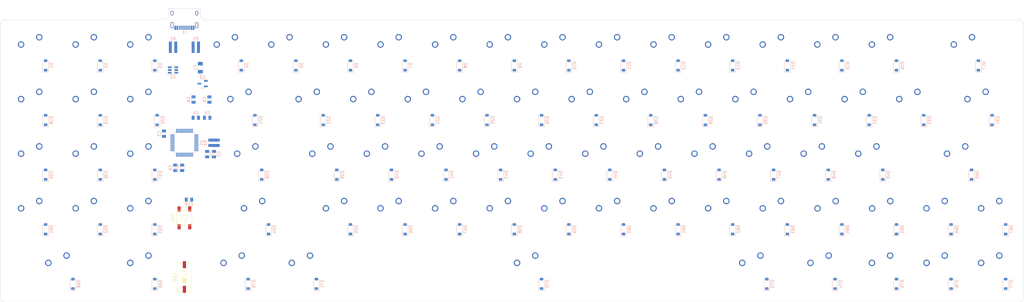
<source format=kicad_pcb>
(kicad_pcb (version 20221018) (generator pcbnew)
  (title_block (title "Intfield77") (date "2023-08-15") (rev "1.0"))
  (layers (0 "F.Cu" signal) (31 "B.Cu" signal) (34 "B.Paste" user) (35 "F.Paste" user) (36 "B.SilkS" user "B.Silkscreen") (37 "F.SilkS" user "F.Silkscreen") (38 "B.Mask" user) (39 "F.Mask" user) (44 "Edge.Cuts" user))
  (net 0 "")
  (net 1 "+3.3V")
  (net 2 "GND")
  (net 3 "+5V")
  (net 4 "NRST")
  (net 5 "ROW10")
  (net 6 "Net-(D1-A)")
  (net 7 "Net-(D2-A)")
  (net 8 "Net-(D3-A)")
  (net 9 "ROW0")
  (net 10 "Net-(D4-A)")
  (net 11 "ROW1")
  (net 12 "Net-(D5-A)")
  (net 13 "Net-(D6-A)")
  (net 14 "Net-(D7-A)")
  (net 15 "Net-(D8-A)")
  (net 16 "Net-(D9-A)")
  (net 17 "Net-(D10-A)")
  (net 18 "Net-(D11-A)")
  (net 19 "Net-(D12-A)")
  (net 20 "Net-(D13-A)")
  (net 21 "Net-(D14-A)")
  (net 22 "Net-(D15-A)")
  (net 23 "Net-(D16-A)")
  (net 24 "Net-(D17-A)")
  (net 25 "ROW11")
  (net 26 "Net-(D18-A)")
  (net 27 "Net-(D19-A)")
  (net 28 "Net-(D20-A)")
  (net 29 "ROW2")
  (net 30 "Net-(D21-A)")
  (net 31 "ROW3")
  (net 32 "Net-(D22-A)")
  (net 33 "Net-(D23-A)")
  (net 34 "Net-(D24-A)")
  (net 35 "Net-(D25-A)")
  (net 36 "Net-(D26-A)")
  (net 37 "Net-(D27-A)")
  (net 38 "Net-(D28-A)")
  (net 39 "Net-(D29-A)")
  (net 40 "Net-(D30-A)")
  (net 41 "Net-(D31-A)")
  (net 42 "Net-(D32-A)")
  (net 43 "Net-(D33-A)")
  (net 44 "Net-(D34-A)")
  (net 45 "ROW12")
  (net 46 "Net-(D35-A)")
  (net 47 "Net-(D36-A)")
  (net 48 "Net-(D37-A)")
  (net 49 "ROW4")
  (net 50 "Net-(D38-A)")
  (net 51 "ROW5")
  (net 52 "Net-(D39-A)")
  (net 53 "Net-(D40-A)")
  (net 54 "Net-(D41-A)")
  (net 55 "Net-(D42-A)")
  (net 56 "Net-(D43-A)")
  (net 57 "Net-(D44-A)")
  (net 58 "Net-(D45-A)")
  (net 59 "Net-(D46-A)")
  (net 60 "Net-(D47-A)")
  (net 61 "Net-(D48-A)")
  (net 62 "Net-(D49-A)")
  (net 63 "Net-(D50-A)")
  (net 64 "ROW13")
  (net 65 "Net-(D51-A)")
  (net 66 "Net-(D52-A)")
  (net 67 "Net-(D53-A)")
  (net 68 "ROW6")
  (net 69 "Net-(D54-A)")
  (net 70 "ROW7")
  (net 71 "Net-(D55-A)")
  (net 72 "Net-(D56-A)")
  (net 73 "Net-(D57-A)")
  (net 74 "Net-(D58-A)")
  (net 75 "Net-(D59-A)")
  (net 76 "Net-(D60-A)")
  (net 77 "Net-(D61-A)")
  (net 78 "Net-(D62-A)")
  (net 79 "Net-(D63-A)")
  (net 80 "Net-(D64-A)")
  (net 81 "Net-(D65-A)")
  (net 82 "Net-(D66-A)")
  (net 83 "Net-(D67-A)")
  (net 84 "ROW14")
  (net 85 "Net-(D68-A)")
  (net 86 "Net-(D69-A)")
  (net 87 "ROW8")
  (net 88 "Net-(D70-A)")
  (net 89 "Net-(D71-A)")
  (net 90 "Net-(D72-A)")
  (net 91 "Net-(D73-A)")
  (net 92 "Net-(D74-A)")
  (net 93 "Net-(D75-A)")
  (net 94 "Net-(D76-A)")
  (net 95 "Net-(D77-A)")
  (net 96 "VBUS")
  (net 97 "COL0")
  (net 98 "COL1")
  (net 99 "COL2")
  (net 100 "COL3")
  (net 101 "COL4")
  (net 102 "COL5")
  (net 103 "COL6")
  (net 104 "COL7")
  (net 105 "COL8")
  (net 106 "COL9")
  (net 107 "Net-(J1-CC2)")
  (net 108 "Net-(J1-CC1)")
  (net 109 "BOOT")
  (net 119 "D-")
  (net 120 "D+")
  (net 121 "/SWDIO")
  (net 122 "/SWCLK")
  (footprint "MX_Only:MXOnly-1.75U-NoLED" (layer "F.Cu") (at 129.38125 78.58125)
    (fp_text reference "MX38")
    (fp_text value "LEnter")
    (pad "" np_thru_hole circle (at -5.08 0 48.0996) (size 1.75 1.75) (drill 1.75) (layers "*.Cu" "*.Mask"))
    (pad "" np_thru_hole circle (at 0 0) (size 3.9878 3.9878) (drill 3.9878) (layers "*.Cu" "*.Mask"))
    (pad "" np_thru_hole circle (at 5.08 0 48.0996) (size 1.75 1.75) (drill 1.75) (layers "*.Cu" "*.Mask"))
    (pad "1" thru_hole circle (at -3.81 -2.54) (size 2.25 2.25) (drill 1.47) (layers "*.Cu" "B.Mask") (net 100 "COL3"))
    (pad "2" thru_hole circle (at 2.54 -5.08) (size 2.25 2.25) (drill 1.47) (layers "*.Cu" "B.Mask") (net 50 "Net-(D38-A)"))
  )
  (footprint "MX_Only:MXOnly-1U-NoLED" (layer "F.Cu") (at 174.625 78.58125)
    (fp_text reference "MX40")
    (fp_text value "S")
    (pad "" np_thru_hole circle (at -5.08 0 48.0996) (size 1.75 1.75) (drill 1.75) (layers "*.Cu" "*.Mask"))
    (pad "" np_thru_hole circle (at 0 0) (size 3.9878 3.9878) (drill 3.9878) (layers "*.Cu" "*.Mask"))
    (pad "" np_thru_hole circle (at 5.08 0 48.0996) (size 1.75 1.75) (drill 1.75) (layers "*.Cu" "*.Mask"))
    (pad "1" thru_hole circle (at -3.81 -2.54) (size 2.25 2.25) (drill 1.47) (layers "*.Cu" "B.Mask") (net 101 "COL4"))
    (pad "2" thru_hole circle (at 2.54 -5.08) (size 2.25 2.25) (drill 1.47) (layers "*.Cu" "B.Mask") (net 53 "Net-(D40-A)"))
  )
  (footprint "MX_Only:MXOnly-1U-NoLED" (layer "F.Cu") (at 236.5375 40.48125)
    (fp_text reference "MX10")
    (fp_text value "6")
    (pad "" np_thru_hole circle (at -5.08 0 48.0996) (size 1.75 1.75) (drill 1.75) (layers "*.Cu" "*.Mask"))
    (pad "" np_thru_hole circle (at 0 0) (size 3.9878 3.9878) (drill 3.9878) (layers "*.Cu" "*.Mask"))
    (pad "" np_thru_hole circle (at 5.08 0 48.0996) (size 1.75 1.75) (drill 1.75) (layers "*.Cu" "*.Mask"))
    (pad "1" thru_hole circle (at -3.81 -2.54) (size 2.25 2.25) (drill 1.47) (layers "*.Cu" "B.Mask") (net 103 "COL6"))
    (pad "2" thru_hole circle (at 2.54 -5.08) (size 2.25 2.25) (drill 1.47) (layers "*.Cu" "B.Mask") (net 17 "Net-(D10-A)"))
  )
  (footprint "MX_Only:MXOnly-1U-NoLED" (layer "F.Cu") (at 307.975 78.58125)
    (fp_text reference "MX47")
    (fp_text value "L")
    (pad "" np_thru_hole circle (at -5.08 0 48.0996) (size 1.75 1.75) (drill 1.75) (layers "*.Cu" "*.Mask"))
    (pad "" np_thru_hole circle (at 0 0) (size 3.9878 3.9878) (drill 3.9878) (layers "*.Cu" "*.Mask"))
    (pad "" np_thru_hole circle (at 5.08 0 48.0996) (size 1.75 1.75) (drill 1.75) (layers "*.Cu" "*.Mask"))
    (pad "1" thru_hole circle (at -3.81 -2.54) (size 2.25 2.25) (drill 1.47) (layers "*.Cu" "B.Mask") (net 104 "COL7"))
    (pad "2" thru_hole circle (at 2.54 -5.08) (size 2.25 2.25) (drill 1.47) (layers "*.Cu" "B.Mask") (net 60 "Net-(D47-A)"))
  )
  (footprint "MX_Only:MXOnly-1U-NoLED" (layer "F.Cu") (at 284.1625 59.53125)
    (fp_text reference "MX29")
    (fp_text value "I")
    (pad "" np_thru_hole circle (at -5.08 0 48.0996) (size 1.75 1.75) (drill 1.75) (layers "*.Cu" "*.Mask"))
    (pad "" np_thru_hole circle (at 0 0) (size 3.9878 3.9878) (drill 3.9878) (layers "*.Cu" "*.Mask"))
    (pad "" np_thru_hole circle (at 5.08 0 48.0996) (size 1.75 1.75) (drill 1.75) (layers "*.Cu" "*.Mask"))
    (pad "1" thru_hole circle (at -3.81 -2.54) (size 2.25 2.25) (drill 1.47) (layers "*.Cu" "B.Mask") (net 104 "COL7"))
    (pad "2" thru_hole circle (at 2.54 -5.08) (size 2.25 2.25) (drill 1.47) (layers "*.Cu" "B.Mask") (net 39 "Net-(D29-A)"))
  )
  (footprint "MX_Only:MXOnly-1U-NoLED" (layer "F.Cu") (at 236.5375 97.63125)
    (fp_text reference "MX59")
    (fp_text value "B")
    (pad "" np_thru_hole circle (at -5.08 0 48.0996) (size 1.75 1.75) (drill 1.75) (layers "*.Cu" "*.Mask"))
    (pad "" np_thru_hole circle (at 0 0) (size 3.9878 3.9878) (drill 3.9878) (layers "*.Cu" "*.Mask"))
    (pad "" np_thru_hole circle (at 5.08 0 48.0996) (size 1.75 1.75) (drill 1.75) (layers "*.Cu" "*.Mask"))
    (pad "1" thru_hole circle (at -3.81 -2.54) (size 2.25 2.25) (drill 1.47) (layers "*.Cu" "B.Mask") (net 102 "COL5"))
    (pad "2" thru_hole circle (at 2.54 -5.08) (size 2.25 2.25) (drill 1.47) (layers "*.Cu" "B.Mask") (net 75 "Net-(D59-A)"))
  )
  (footprint "MX_Only:MXOnly-1U-NoLED" (layer "F.Cu") (at 265.1125 59.53125)
    (fp_text reference "MX28")
    (fp_text value "U")
    (pad "" np_thru_hole circle (at -5.08 0 48.0996) (size 1.75 1.75) (drill 1.75) (layers "*.Cu" "*.Mask"))
    (pad "" np_thru_hole circle (at 0 0) (size 3.9878 3.9878) (drill 3.9878) (layers "*.Cu" "*.Mask"))
    (pad "" np_thru_hole circle (at 5.08 0 48.0996) (size 1.75 1.75) (drill 1.75) (layers "*.Cu" "*.Mask"))
    (pad "1" thru_hole circle (at -3.81 -2.54) (size 2.25 2.25) (drill 1.47) (layers "*.Cu" "B.Mask") (net 103 "COL6"))
    (pad "2" thru_hole circle (at 2.54 -5.08) (size 2.25 2.25) (drill 1.47) (layers "*.Cu" "B.Mask") (net 38 "Net-(D28-A)"))
  )
  (footprint "MX_Only:MXOnly-1U-NoLED" (layer "F.Cu") (at 53.975 40.48125)
    (fp_text reference "MX1")
    (fp_text value "Esc")
    (pad "" np_thru_hole circle (at -5.08 0 48.0996) (size 1.75 1.75) (drill 1.75) (layers "*.Cu" "*.Mask"))
    (pad "" np_thru_hole circle (at 0 0) (size 3.9878 3.9878) (drill 3.9878) (layers "*.Cu" "*.Mask"))
    (pad "" np_thru_hole circle (at 5.08 0 48.0996) (size 1.75 1.75) (drill 1.75) (layers "*.Cu" "*.Mask"))
    (pad "1" thru_hole circle (at -3.81 -2.54) (size 2.25 2.25) (drill 1.47) (layers "*.Cu" "B.Mask") (net 97 "COL0"))
    (pad "2" thru_hole circle (at 2.54 -5.08) (size 2.25 2.25) (drill 1.47) (layers "*.Cu" "B.Mask") (net 6 "Net-(D1-A)"))
  )
  (footprint "MX_Only:MXOnly-1U-NoLED" (layer "F.Cu") (at 73.025 78.58125)
    (fp_text reference "MX36")
    (fp_text value "Num5")
    (pad "" np_thru_hole circle (at -5.08 0 48.0996) (size 1.75 1.75) (drill 1.75) (layers "*.Cu" "*.Mask"))
    (pad "" np_thru_hole circle (at 0 0) (size 3.9878 3.9878) (drill 3.9878) (layers "*.Cu" "*.Mask"))
    (pad "" np_thru_hole circle (at 5.08 0 48.0996) (size 1.75 1.75) (drill 1.75) (layers "*.Cu" "*.Mask"))
    (pad "1" thru_hole circle (at -3.81 -2.54) (size 2.25 2.25) (drill 1.47) (layers "*.Cu" "B.Mask") (net 98 "COL1"))
    (pad "2" thru_hole circle (at 2.54 -5.08) (size 2.25 2.25) (drill 1.47) (layers "*.Cu" "B.Mask") (net 47 "Net-(D36-A)"))
  )
  (footprint "MX_Only:MXOnly-1U-NoLED" (layer "F.Cu") (at 350.8375 116.68125)
    (fp_text reference "MX75")
    (fp_text value "Left")
    (pad "" np_thru_hole circle (at -5.08 0 48.0996) (size 1.75 1.75) (drill 1.75) (layers "*.Cu" "*.Mask"))
    (pad "" np_thru_hole circle (at 0 0) (size 3.9878 3.9878) (drill 3.9878) (layers "*.Cu" "*.Mask"))
    (pad "" np_thru_hole circle (at 5.08 0 48.0996) (size 1.75 1.75) (drill 1.75) (layers "*.Cu" "*.Mask"))
    (pad "1" thru_hole circle (at -3.81 -2.54) (size 2.25 2.25) (drill 1.47) (layers "*.Cu" "B.Mask") (net 105 "COL8"))
    (pad "2" thru_hole circle (at 2.54 -5.08) (size 2.25 2.25) (drill 1.47) (layers "*.Cu" "B.Mask") (net 93 "Net-(D75-A)"))
  )
  (footprint "MX_Only:MXOnly-1U-NoLED" (layer "F.Cu") (at 341.3125 59.53125)
    (fp_text reference "MX32")
    (fp_text value "[")
    (pad "" np_thru_hole circle (at -5.08 0 48.0996) (size 1.75 1.75) (drill 1.75) (layers "*.Cu" "*.Mask"))
    (pad "" np_thru_hole circle (at 0 0) (size 3.9878 3.9878) (drill 3.9878) (layers "*.Cu" "*.Mask"))
    (pad "" np_thru_hole circle (at 5.08 0 48.0996) (size 1.75 1.75) (drill 1.75) (layers "*.Cu" "*.Mask"))
    (pad "1" thru_hole circle (at -3.81 -2.54) (size 2.25 2.25) (drill 1.47) (layers "*.Cu" "B.Mask") (net 105 "COL8"))
    (pad "2" thru_hole circle (at 2.54 -5.08) (size 2.25 2.25) (drill 1.47) (layers "*.Cu" "B.Mask") (net 42 "Net-(D32-A)"))
  )
  (footprint "MX_Only:MXOnly-1U-NoLED" (layer "F.Cu") (at 92.075 59.53125)
    (fp_text reference "MX20")
    (fp_text value "Num9")
    (pad "" np_thru_hole circle (at -5.08 0 48.0996) (size 1.75 1.75) (drill 1.75) (layers "*.Cu" "*.Mask"))
    (pad "" np_thru_hole circle (at 0 0) (size 3.9878 3.9878) (drill 3.9878) (layers "*.Cu" "*.Mask"))
    (pad "" np_thru_hole circle (at 5.08 0 48.0996) (size 1.75 1.75) (drill 1.75) (layers "*.Cu" "*.Mask"))
    (pad "1" thru_hole circle (at -3.81 -2.54) (size 2.25 2.25) (drill 1.47) (layers "*.Cu" "B.Mask") (net 99 "COL2"))
    (pad "2" thru_hole circle (at 2.54 -5.08) (size 2.25 2.25) (drill 1.47) (layers "*.Cu" "B.Mask") (net 28 "Net-(D20-A)"))
  )
  (footprint "MX_Only:MXOnly-1U-NoLED" (layer "F.Cu") (at 350.8375 40.48125)
    (fp_text reference "MX16")
    (fp_text value "=")
    (pad "" np_thru_hole circle (at -5.08 0 48.0996) (size 1.75 1.75) (drill 1.75) (layers "*.Cu" "*.Mask"))
    (pad "" np_thru_hole circle (at 0 0) (size 3.9878 3.9878) (drill 3.9878) (layers "*.Cu" "*.Mask"))
    (pad "" np_thru_hole circle (at 5.08 0 48.0996) (size 1.75 1.75) (drill 1.75) (layers "*.Cu" "*.Mask"))
    (pad "1" thru_hole circle (at -3.81 -2.54) (size 2.25 2.25) (drill 1.47) (layers "*.Cu" "B.Mask") (net 106 "COL9"))
    (pad "2" thru_hole circle (at 2.54 -5.08) (size 2.25 2.25) (drill 1.47) (layers "*.Cu" "B.Mask") (net 23 "Net-(D16-A)"))
  )
  (footprint "MX_Only:MXOnly-2.25U-NoLED" (layer "F.Cu") (at 377.03125 78.58125)
    (fp_text reference "MX50")
    (fp_text value "Enter")
    (pad "" np_thru_hole circle (at -11.90625 -6.985) (size 3.048 3.048) (drill 3.048) (layers "*.Cu" "*.Mask"))
    (pad "" np_thru_hole circle (at -11.90625 8.255) (size 3.9878 3.9878) (drill 3.9878) (layers "*.Cu" "*.Mask"))
    (pad "" np_thru_hole circle (at -5.08 0 48.0996) (size 1.75 1.75) (drill 1.75) (layers "*.Cu" "*.Mask"))
    (pad "" np_thru_hole circle (at 0 0) (size 3.9878 3.9878) (drill 3.9878) (layers "*.Cu" "*.Mask"))
    (pad "" np_thru_hole circle (at 5.08 0 48.0996) (size 1.75 1.75) (drill 1.75) (layers "*.Cu" "*.Mask"))
    (pad "" np_thru_hole circle (at 11.90625 -6.985) (size 3.048 3.048) (drill 3.048) (layers "*.Cu" "*.Mask"))
    (pad "" np_thru_hole circle (at 11.90625 8.255) (size 3.9878 3.9878) (drill 3.9878) (layers "*.Cu" "*.Mask"))
    (pad "1" thru_hole circle (at -3.81 -2.54) (size 2.25 2.25) (drill 1.47) (layers "*.Cu" "B.Mask") (net 106 "COL9"))
    (pad "2" thru_hole circle (at 2.54 -5.08) (size 2.25 2.25) (drill 1.47) (layers "*.Cu" "B.Mask") (net 63 "Net-(D50-A)"))
  )
  (footprint "MX_Only:MXOnly-1U-NoLED" (layer "F.Cu") (at 207.9625 59.53125)
    (fp_text reference "MX25")
    (fp_text value "R")
    (pad "" np_thru_hole circle (at -5.08 0 48.0996) (size 1.75 1.75) (drill 1.75) (layers "*.Cu" "*.Mask"))
    (pad "" np_thru_hole circle (at 0 0) (size 3.9878 3.9878) (drill 3.9878) (layers "*.Cu" "*.Mask"))
    (pad "" np_thru_hole circle (at 5.08 0 48.0996) (size 1.75 1.75) (drill 1.75) (layers "*.Cu" "*.Mask"))
    (pad "1" thru_hole circle (at -3.81 -2.54) (size 2.25 2.25) (drill 1.47) (layers "*.Cu" "B.Mask") (net 102 "COL5"))
    (pad "2" thru_hole circle (at 2.54 -5.08) (size 2.25 2.25) (drill 1.47) (layers "*.Cu" "B.Mask") (net 35 "Net-(D25-A)"))
  )
  (footprint "random-keyboard-parts:SKQGADE010" (layer "F.Cu") (at 107.15625 98.425 -90)
    (fp_text reference "SW1" (at 0 4.064 90) (layer "F.SilkS"))
    (fp_text value "RESET")
    (pad "1" smd rect (at 3.1 1.85 270) (size 1.8 1.1) (layers "F.Cu" "F.Paste" "F.Mask") (net 2 "GND"))
    (pad "2" smd rect (at -3.1 -1.85 270) (size 1.8 1.1) (layers "F.Cu" "F.Paste" "F.Mask") (net 4 "NRST"))
    (pad "3" smd rect (at 3.1 -1.85 270) (size 1.8 1.1) (layers "F.Cu" "F.Paste" "F.Mask"))
    (pad "4" smd rect (at -3.1 1.85 270) (size 1.8 1.1) (layers "F.Cu" "F.Paste" "F.Mask"))
  )
  (footprint "MX_Only:MXOnly-1U-NoLED" (layer "F.Cu") (at 231.775 78.58125)
    (fp_text reference "MX43")
    (fp_text value "G")
    (pad "" np_thru_hole circle (at -5.08 0 48.0996) (size 1.75 1.75) (drill 1.75) (layers "*.Cu" "*.Mask"))
    (pad "" np_thru_hole circle (at 0 0) (size 3.9878 3.9878) (drill 3.9878) (layers "*.Cu" "*.Mask"))
    (pad "" np_thru_hole circle (at 5.08 0 48.0996) (size 1.75 1.75) (drill 1.75) (layers "*.Cu" "*.Mask"))
    (pad "1" thru_hole circle (at -3.81 -2.54) (size 2.25 2.25) (drill 1.47) (layers "*.Cu" "B.Mask") (net 102 "COL5"))
    (pad "2" thru_hole circle (at 2.54 -5.08) (size 2.25 2.25) (drill 1.47) (layers "*.Cu" "B.Mask") (net 56 "Net-(D43-A)"))
  )
  (footprint "MX_Only:MXOnly-1U-NoLED" (layer "F.Cu") (at 155.575 78.58125)
    (fp_text reference "MX39")
    (fp_text value "A")
    (pad "" np_thru_hole circle (at -5.08 0 48.0996) (size 1.75 1.75) (drill 1.75) (layers "*.Cu" "*.Mask"))
    (pad "" np_thru_hole circle (at 0 0) (size 3.9878 3.9878) (drill 3.9878) (layers "*.Cu" "*.Mask"))
    (pad "" np_thru_hole circle (at 5.08 0 48.0996) (size 1.75 1.75) (drill 1.75) (layers "*.Cu" "*.Mask"))
    (pad "1" thru_hole circle (at -3.81 -2.54) (size 2.25 2.25) (drill 1.47) (layers "*.Cu" "B.Mask") (net 100 "COL3"))
    (pad "2" thru_hole circle (at 2.54 -5.08) (size 2.25 2.25) (drill 1.47) (layers "*.Cu" "B.Mask") (net 52 "Net-(D39-A)"))
  )
  (footprint "MX_Only:MXOnly-1U-NoLED" (layer "F.Cu") (at 274.6375 97.63125)
    (fp_text reference "MX61")
    (fp_text value "M")
    (pad "" np_thru_hole circle (at -5.08 0 48.0996) (size 1.75 1.75) (drill 1.75) (layers "*.Cu" "*.Mask"))
    (pad "" np_thru_hole circle (at 0 0) (size 3.9878 3.9878) (drill 3.9878) (layers "*.Cu" "*.Mask"))
    (pad "" np_thru_hole circle (at 5.08 0 48.0996) (size 1.75 1.75) (drill 1.75) (layers "*.Cu" "*.Mask"))
    (pad "1" thru_hole circle (at -3.81 -2.54) (size 2.25 2.25) (drill 1.47) (layers "*.Cu" "B.Mask") (net 103 "COL6"))
    (pad "2" thru_hole circle (at 2.54 -5.08) (size 2.25 2.25) (drill 1.47) (layers "*.Cu" "B.Mask") (net 77 "Net-(D61-A)"))
  )
  (footprint "MX_Only:MXOnly-1U-NoLED" (layer "F.Cu") (at 150.8125 59.53125)
    (fp_text reference "MX22")
    (fp_text value "Q")
    (pad "" np_thru_hole circle (at -5.08 0 48.0996) (size 1.75 1.75) (drill 1.75) (layers "*.Cu" "*.Mask"))
    (pad "" np_thru_hole circle (at 0 0) (size 3.9878 3.9878) (drill 3.9878) (layers "*.Cu" "*.Mask"))
    (pad "" np_thru_hole circle (at 5.08 0 48.0996) (size 1.75 1.75) (drill 1.75) (layers "*.Cu" "*.Mask"))
    (pad "1" thru_hole circle (at -3.81 -2.54) (size 2.25 2.25) (drill 1.47) (layers "*.Cu" "B.Mask") (net 100 "COL3"))
    (pad "2" thru_hole circle (at 2.54 -5.08) (size 2.25 2.25) (drill 1.47) (layers "*.Cu" "B.Mask") (net 32 "Net-(D22-A)"))
  )
  (footprint "MX_Only:MXOnly-1U-NoLED" (layer "F.Cu") (at 141.2875 40.48125)
    (fp_text reference "MX5")
    (fp_text value "1")
    (pad "" np_thru_hole circle (at -5.08 0 48.0996) (size 1.75 1.75) (drill 1.75) (layers "*.Cu" "*.Mask"))
    (pad "" np_thru_hole circle (at 0 0) (size 3.9878 3.9878) (drill 3.9878) (layers "*.Cu" "*.Mask"))
    (pad "" np_thru_hole circle (at 5.08 0 48.0996) (size 1.75 1.75) (drill 1.75) (layers "*.Cu" "*.Mask"))
    (pad "1" thru_hole circle (at -3.81 -2.54) (size 2.25 2.25) (drill 1.47) (layers "*.Cu" "B.Mask") (net 100 "COL3"))
    (pad "2" thru_hole circle (at 2.54 -5.08) (size 2.25 2.25) (drill 1.47) (layers "*.Cu" "B.Mask") (net 12 "Net-(D5-A)"))
  )
  (footprint "MX_Only:MXOnly-1U-NoLED" (layer "F.Cu") (at 274.6375 40.48125)
    (fp_text reference "MX12")
    (fp_text value "8")
    (pad "" np_thru_hole circle (at -5.08 0 48.0996) (size 1.75 1.75) (drill 1.75) (layers "*.Cu" "*.Mask"))
    (pad "" np_thru_hole circle (at 0 0) (size 3.9878 3.9878) (drill 3.9878) (layers "*.Cu" "*.Mask"))
    (pad "" np_thru_hole circle (at 5.08 0 48.0996) (size 1.75 1.75) (drill 1.75) (layers "*.Cu" "*.Mask"))
    (pad "1" thru_hole circle (at -3.81 -2.54) (size 2.25 2.25) (drill 1.47) (layers "*.Cu" "B.Mask") (net 104 "COL7"))
    (pad "2" thru_hole circle (at 2.54 -5.08) (size 2.25 2.25) (drill 1.47) (layers "*.Cu" "B.Mask") (net 19 "Net-(D12-A)"))
  )
  (footprint "MX_Only:MXOnly-1U-NoLED" (layer "F.Cu") (at 303.2125 59.53125)
    (fp_text reference "MX30")
    (fp_text value "O")
    (pad "" np_thru_hole circle (at -5.08 0 48.0996) (size 1.75 1.75) (drill 1.75) (layers "*.Cu" "*.Mask"))
    (pad "" np_thru_hole circle (at 0 0) (size 3.9878 3.9878) (drill 3.9878) (layers "*.Cu" "*.Mask"))
    (pad "" np_thru_hole circle (at 5.08 0 48.0996) (size 1.75 1.75) (drill 1.75) (layers "*.Cu" "*.Mask"))
    (pad "1" thru_hole circle (at -3.81 -2.54) (size 2.25 2.25) (drill 1.47) (layers "*.Cu" "B.Mask") (net 104 "COL7"))
    (pad "2" thru_hole circle (at 2.54 -5.08) (size 2.25 2.25) (drill 1.47) (layers "*.Cu" "B.Mask") (net 40 "Net-(D30-A)"))
  )
  (footprint "MX_Only:MXOnly-1.25U-NoLED" (layer "F.Cu") (at 305.59375 116.68125)
    (fp_text reference "MX73")
    (fp_text value "RCtrl")
    (pad "" np_thru_hole circle (at -5.08 0 48.0996) (size 1.75 1.75) (drill 1.75) (layers "*.Cu" "*.Mask"))
    (pad "" np_thru_hole circle (at 0 0) (size 3.9878 3.9878) (drill 3.9878) (layers "*.Cu" "*.Mask"))
    (pad "" np_thru_hole circle (at 5.08 0 48.0996) (size 1.75 1.75) (drill 1.75) (layers "*.Cu" "*.Mask"))
    (pad "1" thru_hole circle (at -3.81 -2.54) (size 2.25 2.25) (drill 1.47) (layers "*.Cu" "B.Mask") (net 103 "COL6"))
    (pad "2" thru_hole circle (at 2.54 -5.08) (size 2.25 2.25) (drill 1.47) (layers "*.Cu" "B.Mask") (net 91 "Net-(D73-A)"))
  )
  (footprint "MX_Only:MXOnly-1U-NoLED" (layer "F.Cu") (at 331.7875 40.48125)
    (fp_text reference "MX15")
    (fp_text value "-")
    (pad "" np_thru_hole circle (at -5.08 0 48.0996) (size 1.75 1.75) (drill 1.75) (layers "*.Cu" "*.Mask"))
    (pad "" np_thru_hole circle (at 0 0) (size 3.9878 3.9878) (drill 3.9878) (layers "*.Cu" "*.Mask"))
    (pad "" np_thru_hole circle (at 5.08 0 48.0996) (size 1.75 1.75) (drill 1.75) (layers "*.Cu" "*.Mask"))
    (pad "1" thru_hole circle (at -3.81 -2.54) (size 2.25 2.25) (drill 1.47) (layers "*.Cu" "B.Mask") (net 105 "COL8"))
    (pad "2" thru_hole circle (at 2.54 -5.08) (size 2.25 2.25) (drill 1.47) (layers "*.Cu" "B.Mask") (net 22 "Net-(D15-A)"))
  )
  (footprint "MX_Only:MXOnly-1U-NoLED" (layer "F.Cu") (at 312.7375 97.63125)
    (fp_text reference "MX63")
    (fp_text value ".")
    (pad "" np_thru_hole circle (at -5.08 0 48.0996) (size 1.75 1.75) (drill 1.75) (layers "*.Cu" "*.Mask"))
    (pad "" np_thru_hole circle (at 0 0) (size 3.9878 3.9878) (drill 3.9878) (layers "*.Cu" "*.Mask"))
    (pad "" np_thru_hole circle (at 5.08 0 48.0996) (size 1.75 1.75) (drill 1.75) (layers "*.Cu" "*.Mask"))
    (pad "1" thru_hole circle (at -3.81 -2.54) (size 2.25 2.25) (drill 1.47) (layers "*.Cu" "B.Mask") (net 104 "COL7"))
    (pad "2" thru_hole circle (at 2.54 -5.08) (size 2.25 2.25) (drill 1.47) (layers "*.Cu" "B.Mask") (net 79 "Net-(D63-A)"))
  )
  (footprint "MX_Only:MXOnly-1U-NoLED" (layer "F.Cu") (at 288.925 78.58125)
    (fp_text reference "MX46")
    (fp_text value "K")
    (pad "" np_thru_hole circle (at -5.08 0 48.0996) (size 1.75 1.75) (drill 1.75) (layers "*.Cu" "*.Mask"))
    (pad "" np_thru_hole circle (at 0 0) (size 3.9878 3.9878) (drill 3.9878) (layers "*.Cu" "*.Mask"))
    (pad "" np_thru_hole circle (at 5.08 0 48.0996) (size 1.75 1.75) (drill 1.75) (layers "*.Cu" "*.Mask"))
    (pad "1" thru_hole circle (at -3.81 -2.54) (size 2.25 2.25) (drill 1.47) (layers "*.Cu" "B.Mask") (net 104 "COL7"))
    (pad "2" thru_hole circle (at 2.54 -5.08) (size 2.25 2.25) (drill 1.47) (layers "*.Cu" "B.Mask") (net 59 "Net-(D46-A)"))
  )
  (footprint "MX_Only:MXOnly-1U-NoLED" (layer "F.Cu") (at 160.3375 40.48125)
    (fp_text reference "MX6")
    (fp_text value "2")
    (pad "" np_thru_hole circle (at -5.08 0 48.0996) (size 1.75 1.75) (drill 1.75) (layers "*.Cu" "*.Mask"))
    (pad "" np_thru_hole circle (at 0 0) (size 3.9878 3.9878) (drill 3.9878) (layers "*.Cu" "*.Mask"))
    (pad "" np_thru_hole circle (at 5.08 0 48.0996) (size 1.75 1.75) (drill 1.75) (layers "*.Cu" "*.Mask"))
    (pad "1" thru_hole circle (at -3.81 -2.54) (size 2.25 2.25) (drill 1.47) (layers "*.Cu" "B.Mask") (net 101 "COL4"))
    (pad "2" thru_hole circle (at 2.54 -5.08) (size 2.25 2.25) (drill 1.47) (layers "*.Cu" "B.Mask") (net 13 "Net-(D6-A)"))
  )
  (footprint "MX_Only:MXOnly-1U-NoLED" (layer "F.Cu") (at 179.3875 40.48125)
    (fp_text reference "MX7")
    (fp_text value "3")
    (pad "" np_thru_hole circle (at -5.08 0 48.0996) (size 1.75 1.75) (drill 1.75) (layers "*.Cu" "*.Mask"))
    (pad "" np_thru_hole circle (at 0 0) (size 3.9878 3.9878) (drill 3.9878) (layers "*.Cu" "*.Mask"))
    (pad "" np_thru_hole circle (at 5.08 0 48.0996) (size 1.75 1.75) (drill 1.75) (layers "*.Cu" "*.Mask"))
    (pad "1" thru_hole circle (at -3.81 -2.54) (size 2.25 2.25) (drill 1.47) (layers "*.Cu" "B.Mask") (net 101 "COL4"))
    (pad "2" thru_hole circle (at 2.54 -5.08) (size 2.25 2.25) (drill 1.47) (layers "*.Cu" "B.Mask") (net 14 "Net-(D7-A)"))
  )
  (footprint "MX_Only:MXOnly-1U-NoLED" (layer "F.Cu") (at 179.3875 97.63125)
    (fp_text reference "MX56")
    (fp_text value "X")
    (pad "" np_thru_hole circle (at -5.08 0 48.0996) (size 1.75 1.75) (drill 1.75) (layers "*.Cu" "*.Mask"))
    (pad "" np_thru_hole circle (at 0 0) (size 3.9878 3.9878) (drill 3.9878) (layers "*.Cu" "*.Mask"))
    (pad "" np_thru_hole circle (at 5.08 0 48.0996) (size 1.75 1.75) (drill 1.75) (layers "*.Cu" "*.Mask"))
    (pad "1" thru_hole circle (at -3.81 -2.54) (size 2.25 2.25) (drill 1.47) (layers "*.Cu" "B.Mask") (net 101 "COL4"))
    (pad "2" thru_hole circle (at 2.54 -5.08) (size 2.25 2.25) (drill 1.47) (layers "*.Cu" "B.Mask") (net 72 "Net-(D56-A)"))
  )
  (footprint "MX_Only:MXOnly-1U-NoLED" (layer "F.Cu") (at 217.4875 97.63125)
    (fp_text reference "MX58")
    (fp_text value "V")
    (pad "" np_thru_hole circle (at -5.08 0 48.0996) (size 1.75 1.75) (drill 1.75) (layers "*.Cu" "*.Mask"))
    (pad "" np_thru_hole circle (at 0 0) (size 3.9878 3.9878) (drill 3.9878) (layers "*.Cu" "*.Mask"))
    (pad "" np_thru_hole circle (at 5.08 0 48.0996) (size 1.75 1.75) (drill 1.75) (layers "*.Cu" "*.Mask"))
    (pad "1" thru_hole circle (at -3.81 -2.54) (size 2.25 2.25) (drill 1.47) (layers "*.Cu" "B.Mask") (net 102 "COL5"))
    (pad "2" thru_hole circle (at 2.54 -5.08) (size 2.25 2.25) (drill 1.47) (layers "*.Cu" "B.Mask") (net 74 "Net-(D58-A)"))
  )
  (footprint "MX_Only:MXOnly-1U-NoLED" (layer "F.Cu") (at 255.5875 97.63125)
    (fp_text reference "MX60")
    (fp_text value "N")
    (pad "" np_thru_hole circle (at -5.08 0 48.0996) (size 1.75 1.75) (drill 1.75) (layers "*.Cu" "*.Mask"))
    (pad "" np_thru_hole circle (at 0 0) (size 3.9878 3.9878) (drill 3.9878) (layers "*.Cu" "*.Mask"))
    (pad "" np_thru_hole circle (at 5.08 0 48.0996) (size 1.75 1.75) (drill 1.75) (layers "*.Cu" "*.Mask"))
    (pad "1" thru_hole circle (at -3.81 -2.54) (size 2.25 2.25) (drill 1.47) (layers "*.Cu" "B.Mask") (net 103 "COL6"))
    (pad "2" thru_hole circle (at 2.54 -5.08) (size 2.25 2.25) (drill 1.47) (layers "*.Cu" "B.Mask") (net 76 "Net-(D60-A)"))
  )
  (footprint "MX_Only:MXOnly-1U-NoLED" (layer "F.Cu") (at 360.3625 59.53125)
    (fp_text reference "MX33")
    (fp_text value "]")
    (pad "" np_thru_hole circle (at -5.08 0 48.0996) (size 1.75 1.75) (drill 1.75) (layers "*.Cu" "*.Mask"))
    (pad "" np_thru_hole circle (at 0 0) (size 3.9878 3.9878) (drill 3.9878) (layers "*.Cu" "*.Mask"))
    (pad "" np_thru_hole circle (at 5.08 0 48.0996) (size 1.75 1.75) (drill 1.75) (layers "*.Cu" "*.Mask"))
    (pad "1" thru_hole circle (at -3.81 -2.54) (size 2.25 2.25) (drill 1.47) (layers "*.Cu" "B.Mask") (net 106 "COL9"))
    (pad "2" thru_hole circle (at 2.54 -5.08) (size 2.25 2.25) (drill 1.47) (layers "*.Cu" "B.Mask") (net 43 "Net-(D33-A)"))
  )
  (footprint "MX_Only:MXOnly-1U-NoLED" (layer "F.Cu") (at 73.025 59.53125)
    (fp_text reference "MX19")
    (fp_text value "Num8")
    (pad "" np_thru_hole circle (at -5.08 0 48.0996) (size 1.75 1.75) (drill 1.75) (layers "*.Cu" "*.Mask"))
    (pad "" np_thru_hole circle (at 0 0) (size 3.9878 3.9878) (drill 3.9878) (layers "*.Cu" "*.Mask"))
    (pad "" np_thru_hole circle (at 5.08 0 48.0996) (size 1.75 1.75) (drill 1.75) (layers "*.Cu" "*.Mask"))
    (pad "1" thru_hole circle (at -3.81 -2.54) (size 2.25 2.25) (drill 1.47) (layers "*.Cu" "B.Mask") (net 98 "COL1"))
    (pad "2" thru_hole circle (at 2.54 -5.08) (size 2.25 2.25) (drill 1.47) (layers "*.Cu" "B.Mask") (net 27 "Net-(D19-A)"))
  )
  (footprint "MX_Only:MXOnly-1U-NoLED" (layer "F.Cu") (at 369.8875 116.68125)
    (fp_text reference "MX76")
    (fp_text value "Down")
    (pad "" np_thru_hole circle (at -5.08 0 48.0996) (size 1.75 1.75) (drill 1.75) (layers "*.Cu" "*.Mask"))
    (pad "" np_thru_hole circle (at 0 0) (size 3.9878 3.9878) (drill 3.9878) (layers "*.Cu" "*.Mask"))
    (pad "" np_thru_hole circle (at 5.08 0 48.0996) (size 1.75 1.75) (drill 1.75) (layers "*.Cu" "*.Mask"))
    (pad "1" thru_hole circle (at -3.81 -2.54) (size 2.25 2.25) (drill 1.47) (layers "*.Cu" "B.Mask") (net 106 "COL9"))
    (pad "2" thru_hole circle (at 2.54 -5.08) (size 2.25 2.25) (drill 1.47) (layers "*.Cu" "B.Mask") (net 94 "Net-(D76-A)"))
  )
  (footprint "MX_Only:MXOnly-1.25U-NoLED" (layer "F.Cu") (at 329.40625 116.68125)
    (fp_text reference "MX74")
    (fp_text value "Fn")
    (pad "" np_thru_hole circle (at -5.08 0 48.0996) (size 1.75 1.75) (drill 1.75) (layers "*.Cu" "*.Mask"))
    (pad "" np_thru_hole circle (at 0 0) (size 3.9878 3.9878) (drill 3.9878) (layers "*.Cu" "*.Mask"))
    (pad "" np_thru_hole circle (at 5.08 0 48.0996) (size 1.75 1.75) (drill 1.75) (layers "*.Cu" "*.Mask"))
    (pad "1" thru_hole circle (at -3.81 -2.54) (size 2.25 2.25) (drill 1.47) (layers "*.Cu" "B.Mask") (net 104 "COL7"))
    (pad "2" thru_hole circle (at 2.54 -5.08) (size 2.25 2.25) (drill 1.47) (layers "*.Cu" "B.Mask") (net 92 "Net-(D74-A)"))
  )
  (footprint "MX_Only:MXOnly-1U-NoLED" (layer "F.Cu") (at 346.075 78.58125)
    (fp_text reference "MX49")
    (fp_text value "'")
    (pad "" np_thru_hole circle (at -5.08 0 48.0996) (size 1.75 1.75) (drill 1.75) (layers "*.Cu" "*.Mask"))
    (pad "" np_thru_hole circle (at 0 0) (size 3.9878 3.9878) (drill 3.9878) (layers "*.Cu" "*.Mask"))
    (pad "" np_thru_hole circle (at 5.08 0 48.0996) (size 1.75 1.75) (drill 1.75) (layers "*.Cu" "*.Mask"))
    (pad "1" thru_hole circle (at -3.81 -2.54) (size 2.25 2.25) (drill 1.47) (layers "*.Cu" "B.Mask") (net 105 "COL8"))
    (pad "2" thru_hole circle (at 2.54 -5.08) (size 2.25 2.25) (drill 1.47) (layers "*.Cu" "B.Mask") (net 62 "Net-(D49-A)"))
  )
  (footprint "MX_Only:MXOnly-1U-NoLED" (layer "F.Cu") (at 322.2625 59.53125)
    (fp_text reference "MX31")
    (fp_text value "P")
    (pad "" np_thru_hole circle (at -5.08 0 48.0996) (size 1.75 1.75) (drill 1.75) (layers "*.Cu" "*.Mask"))
    (pad "" np_thru_hole circle (at 0 0) (size 3.9878 3.9878) (drill 3.9878) (layers "*.Cu" "*.Mask"))
    (pad "" np_thru_hole circle (at 5.08 0 48.0996) (size 1.75 1.75) (drill 1.75) (layers "*.Cu" "*.Mask"))
    (pad "1" thru_hole circle (at -3.81 -2.54) (size 2.25 2.25) (drill 1.47) (layers "*.Cu" "B.Mask") (net 105 "COL8"))
    (pad "2" thru_hole circle (at 2.54 -5.08) (size 2.25 2.25) (drill 1.47) (layers "*.Cu" "B.Mask") (net 41 "Net-(D31-A)"))
  )
  (footprint "MX_Only:MXOnly-1U-NoLED" (layer "F.Cu") (at 53.975 78.58125)
    (fp_text reference "MX35")
    (fp_text value "Num4")
    (pad "" np_thru_hole circle (at -5.08 0 48.0996) (size 1.75 1.75) (drill 1.75) (layers "*.Cu" "*.Mask"))
    (pad "" np_thru_hole circle (at 0 0) (size 3.9878 3.9878) (drill 3.9878) (layers "*.Cu" "*.Mask"))
    (pad "" np_thru_hole circle (at 5.08 0 48.0996) (size 1.75 1.75) (drill 1.75) (layers "*.Cu" "*.Mask"))
    (pad "1" thru_hole circle (at -3.81 -2.54) (size 2.25 2.25) (drill 1.47) (layers "*.Cu" "B.Mask") (net 97 "COL0"))
    (pad "2" thru_hole circle (at 2.54 -5.08) (size 2.25 2.25) (drill 1.47) (layers "*.Cu" "B.Mask") (net 46 "Net-(D35-A)"))
  )
  (footprint "MX_Only:MXOnly-1U-NoLED" (layer "F.Cu") (at 350.901 97.663)
    (fp_text reference "MX65")
    (fp_text value "AltGr")
    (pad "" np_thru_hole circle (at -5.08 0 48.0996) (size 1.75 1.75) (drill 1.75) (layers "*.Cu" "*.Mask"))
    (pad "" np_thru_hole circle (at 0 0) (size 3.9878 3.9878) (drill 3.9878) (layers "*.Cu" "*.Mask"))
    (pad "" np_thru_hole circle (at 5.08 0 48.0996) (size 1.75 1.75) (drill 1.75) (layers "*.Cu" "*.Mask"))
    (pad "1" thru_hole circle (at -3.81 -2.54) (size 2.25 2.25) (drill 1.47) (layers "*.Cu" "B.Mask") (net 105 "COL8"))
    (pad "2" thru_hole circle (at 2.54 -5.08) (size 2.25 2.25) (drill 1.47) (layers "*.Cu" "B.Mask") (net 81 "Net-(D65-A)"))
  )
  (footprint "MX_Only:MXOnly-1U-NoLED" (layer "F.Cu") (at 92.075 40.48125)
    (fp_text reference "MX3")
    (fp_text value "PrtSc")
    (pad "" np_thru_hole circle (at -5.08 0 48.0996) (size 1.75 1.75) (drill 1.75) (layers "*.Cu" "*.Mask"))
    (pad "" np_thru_hole circle (at 0 0) (size 3.9878 3.9878) (drill 3.9878) (layers "*.Cu" "*.Mask"))
    (pad "" np_thru_hole circle (at 5.08 0 48.0996) (size 1.75 1.75) (drill 1.75) (layers "*.Cu" "*.Mask"))
    (pad "1" thru_hole circle (at -3.81 -2.54) (size 2.25 2.25) (drill 1.47) (layers "*.Cu" "B.Mask") (net 99 "COL2"))
    (pad "2" thru_hole circle (at 2.54 -5.08) (size 2.25 2.25) (drill 1.47) (layers "*.Cu" "B.Mask") (net 8 "Net-(D3-A)"))
  )
  (footprint "MX_Only:MXOnly-1.5U-NoLED" (layer "F.Cu") (at 127 59.53125)
    (fp_text reference "MX21")
    (fp_text value "Tab")
    (pad "" np_thru_hole circle (at -5.08 0 48.0996) (size 1.75 1.75) (drill 1.75) (layers "*.Cu" "*.Mask"))
    (pad "" np_thru_hole circle (at 0 0) (size 3.9878 3.9878) (drill 3.9878) (layers "*.Cu" "*.Mask"))
    (pad "" np_thru_hole circle (at 5.08 0 48.0996) (size 1.75 1.75) (drill 1.75) (layers "*.Cu" "*.Mask"))
    (pad "1" thru_hole circle (at -3.81 -2.54) (size 2.25 2.25) (drill 1.47) (layers "*.Cu" "B.Mask") (net 100 "COL3"))
    (pad "2" thru_hole circle (at 2.54 -5.08) (size 2.25 2.25) (drill 1.47) (layers "*.Cu" "B.Mask") (net 30 "Net-(D21-A)"))
  )
  (footprint "MX_Only:MXOnly-1U-NoLED" (layer "F.Cu") (at 188.9125 59.53125)
    (fp_text reference "MX24")
    (fp_text value "E")
    (pad "" np_thru_hole circle (at -5.08 0 48.0996) (size 1.75 1.75) (drill 1.75) (layers "*.Cu" "*.Mask"))
    (pad "" np_thru_hole circle (at 0 0) (size 3.9878 3.9878) (drill 3.9878) (layers "*.Cu" "*.Mask"))
    (pad "" np_thru_hole circle (at 5.08 0 48.0996) (size 1.75 1.75) (drill 1.75) (layers "*.Cu" "*.Mask"))
    (pad "1" thru_hole circle (at -3.81 -2.54) (size 2.25 2.25) (drill 1.47) (layers "*.Cu" "B.Mask") (net 101 "COL4"))
    (pad "2" thru_hole circle (at 2.54 -5.08) (size 2.25 2.25) (drill 1.47) (layers "*.Cu" "B.Mask") (net 34 "Net-(D24-A)"))
  )
  (footprint "MX_Only:MXOnly-1U-NoLED" (layer "F.Cu") (at 327.025 78.58125)
    (fp_text reference "MX48")
    (fp_text value ";")
    (pad "" np_thru_hole circle (at -5.08 0 48.0996) (size 1.75 1.75) (drill 1.75) (layers "*.Cu" "*.Mask"))
    (pad "" np_thru_hole circle (at 0 0) (size 3.9878 3.9878) (drill 3.9878) (layers "*.Cu" "*.Mask"))
    (pad "" np_thru_hole circle (at 5.08 0 48.0996) (size 1.75 1.75) (drill 1.75) (layers "*.Cu" "*.Mask"))
    (pad "1" thru_hole circle (at -3.81 -2.54) (size 2.25 2.25) (drill 1.47) (layers "*.Cu" "B.Mask") (net 105 "COL8"))
    (pad "2" thru_hole circle (at 2.54 -5.08) (size 2.25 2.25) (drill 1.47) (layers "*.Cu" "B.Mask") (net 61 "Net-(D48-A)"))
  )
  (footprint "MX_Only:MXOnly-1U-NoLED" (layer "F.Cu") (at 193.675 78.58125)
    (fp_text reference "MX41")
    (fp_text value "D")
    (pad "" np_thru_hole circle (at -5.08 0 48.0996) (size 1.75 1.75) (drill 1.75) (layers "*.Cu" "*.Mask"))
    (pad "" np_thru_hole circle (at 0 0) (size 3.9878 3.9878) (drill 3.9878) (layers "*.Cu" "*.Mask"))
    (pad "" np_thru_hole circle (at 5.08 0 48.0996) (size 1.75 1.75) (drill 1.75) (layers "*.Cu" "*.Mask"))
    (pad "1" thru_hole circle (at -3.81 -2.54) (size 2.25 2.25) (drill 1.47) (layers "*.Cu" "B.Mask") (net 101 "COL4"))
    (pad "2" thru_hole circle (at 2.54 -5.08) (size 2.25 2.25) (drill 1.47) (layers "*.Cu" "B.Mask") (net 54 "Net-(D41-A)"))
  )
  (footprint "Button_Switch_SMD:SW_DIP_SPSTx01_Slide_9.78x4.72mm_W8.61mm_P2.54mm" (layer "F.Cu") (at 107.15625 119.0625 90)
    (fp_text reference "SW2" (at 0 -3.42 90) (layer "F.SilkS"))
    (fp_text value "BOOT")
    (pad "1" smd rect (at -4.305 0 90) (size 2.44 1.12) (layers "F.Cu" "F.Paste" "F.Mask") (net 1 "+3.3V"))
    (pad "2" smd rect (at 4.305 0 90) (size 2.44 1.12) (layers "F.Cu" "F.Paste" "F.Mask") (net 109 "BOOT"))
  )
  (footprint "MX_Only:MXOnly-1U-NoLED" (layer "F.Cu") (at 331.851 97.663)
    (fp_text reference "MX64")
    (fp_text value "/")
    (pad "" np_thru_hole circle (at -5.08 0 48.0996) (size 1.75 1.75) (drill 1.75) (layers "*.Cu" "*.Mask"))
    (pad "" np_thru_hole circle (at 0 0) (size 3.9878 3.9878) (drill 3.9878) (layers "*.Cu" "*.Mask"))
    (pad "" np_thru_hole circle (at 5.08 0 48.0996) (size 1.75 1.75) (drill 1.75) (layers "*.Cu" "*.Mask"))
    (pad "1" thru_hole circle (at -3.81 -2.54) (size 2.25 2.25) (drill 1.47) (layers "*.Cu" "B.Mask") (net 105 "COL8"))
    (pad "2" thru_hole circle (at 2.54 -5.08) (size 2.25 2.25) (drill 1.47) (layers "*.Cu" "B.Mask") (net 80 "Net-(D64-A)"))
  )
  (footprint "MX_Only:MXOnly-1U-NoLED" (layer "F.Cu") (at 53.975 97.63125)
    (fp_text reference "MX51")
    (fp_text value "Num1")
    (pad "" np_thru_hole circle (at -5.08 0 48.0996) (size 1.75 1.75) (drill 1.75) (layers "*.Cu" "*.Mask"))
    (pad "" np_thru_hole circle (at 0 0) (size 3.9878 3.9878) (drill 3.9878) (layers "*.Cu" "*.Mask"))
    (pad "" np_thru_hole circle (at 5.08 0 48.0996) (size 1.75 1.75) (drill 1.75) (layers "*.Cu" "*.Mask"))
    (pad "1" thru_hole circle (at -3.81 -2.54) (size 2.25 2.25) (drill 1.47) (layers "*.Cu" "B.Mask") (net 97 "COL0"))
    (pad "2" thru_hole circle (at 2.54 -5.08) (size 2.25 2.25) (drill 1.47) (layers "*.Cu" "B.Mask") (net 65 "Net-(D51-A)"))
  )
  (footprint "MX_Only:MXOnly-1U-NoLED" (layer "F.Cu") (at 212.725 78.58125)
    (fp_text reference "MX42")
    (fp_text value "F")
    (pad "" np_thru_hole circle (at -5.08 0 48.0996) (size 1.75 1.75) (drill 1.75) (layers "*.Cu" "*.Mask"))
    (pad "" np_thru_hole circle (at 0 0) (size 3.9878 3.9878) (drill 3.9878) (layers "*.Cu" "*.Mask"))
    (pad "" np_thru_hole circle (at 5.08 0 48.0996) (size 1.75 1.75) (drill 1.75) (layers "*.Cu" "*.Mask"))
    (pad "1" thru_hole circle (at -3.81 -2.54) (size 2.25 2.25) (drill 1.47) (layers "*.Cu" "B.Mask") (net 102 "COL5"))
    (pad "2" thru_hole circle (at 2.54 -5.08) (size 2.25 2.25) (drill 1.47) (layers "*.Cu" "B.Mask") (net 55 "Net-(D42-A)"))
  )
  (footprint "MX_Only:MXOnly-1U-NoLED" (layer "F.Cu") (at 92.075 116.68125)
    (fp_text reference "MX69")
    (fp_text value "Dot")
    (pad "" np_thru_hole circle (at -5.08 0 48.0996) (size 1.75 1.75) (drill 1.75) (layers "*.Cu" "*.Mask"))
    (pad "" np_thru_hole circle (at 0 0) (size 3.9878 3.9878) (drill 3.9878) (layers "*.Cu" "*.Mask"))
    (pad "" np_thru_hole circle (at 5.08 0 48.0996) (size 1.75 1.75) (drill 1.75) (layers "*.Cu" "*.Mask"))
    (pad "1" thru_hole circle (at -3.81 -2.54) (size 2.25 2.25) (drill 1.47) (layers "*.Cu" "B.Mask") (net 99 "COL2"))
    (pad "2" thru_hole circle (at 2.54 -5.08) (size 2.25 2.25) (drill 1.47) (layers "*.Cu" "B.Mask") (net 86 "Net-(D69-A)"))
  )
  (footprint "MX_Only:MXOnly-1U-NoLED" (layer "F.Cu") (at 53.975 59.53125)
    (fp_text reference "MX18")
    (fp_text value "Num7")
    (pad "" np_thru_hole circle (at -5.08 0 48.0996) (size 1.75 1.75) (drill 1.75) (layers "*.Cu" "*.Mask"))
    (pad "" np_thru_hole circle (at 0 0) (size 3.9878 3.9878) (drill 3.9878) (layers "*.Cu" "*.Mask"))
    (pad "" np_thru_hole circle (at 5.08 0 48.0996) (size 1.75 1.75) (drill 1.75) (layers "*.Cu" "*.Mask"))
    (pad "1" thru_hole circle (at -3.81 -2.54) (size 2.25 2.25) (drill 1.47) (layers "*.Cu" "B.Mask") (net 97 "COL0"))
    (pad "2" thru_hole circle (at 2.54 -5.08) (size 2.25 2.25) (drill 1.47) (layers "*.Cu" "B.Mask") (net 26 "Net-(D18-A)"))
  )
  (footprint "MX_Only:MXOnly-1U-NoLED" (layer "F.Cu") (at 250.825 78.58125)
    (fp_text reference "MX44")
    (fp_text value "H")
    (pad "" np_thru_hole circle (at -5.08 0 48.0996) (size 1.75 1.75) (drill 1.75) (layers "*.Cu" "*.Mask"))
    (pad "" np_thru_hole circle (at 0 0) (size 3.9878 3.9878) (drill 3.9878) (layers "*.Cu" "*.Mask"))
    (pad "" np_thru_hole circle (at 5.08 0 48.0996) (size 1.75 1.75) (drill 1.75) (layers "*.Cu" "*.Mask"))
    (pad "1" thru_hole circle (at -3.81 -2.54) (size 2.25 2.25) (drill 1.47) (layers "*.Cu" "B.Mask") (net 103 "COL6"))
    (pad "2" thru_hole circle (at 2.54 -5.08) (size 2.25 2.25) (drill 1.47) (layers "*.Cu" "B.Mask") (net 57 "Net-(D44-A)"))
  )
  (footprint "MX_Only:MXOnly-1U-NoLED" (layer "F.Cu") (at 198.4375 97.63125)
    (fp_text reference "MX57")
    (fp_text value "C")
    (pad "" np_thru_hole circle (at -5.08 0 48.0996) (size 1.75 1.75) (drill 1.75) (layers "*.Cu" "*.Mask"))
    (pad "" np_thru_hole circle (at 0 0) (size 3.9878 3.9878) (drill 3.9878) (layers "*.Cu" "*.Mask"))
    (pad "" np_thru_hole circle (at 5.08 0 48.0996) (size 1.75 1.75) (drill 1.75) (layers "*.Cu" "*.Mask"))
    (pad "1" thru_hole circle (at -3.81 -2.54) (size 2.25 2.25) (drill 1.47) (layers "*.Cu" "B.Mask") (net 101 "COL4"))
    (pad "2" thru_hole circle (at 2.54 -5.08) (size 2.25 2.25) (drill 1.47) (layers "*.Cu" "B.Mask") (net 73 "Net-(D57-A)"))
  )
  (footprint "MX_Only:MXOnly-1U-NoLED" (layer "F.Cu") (at 217.4875 40.48125)
    (fp_text reference "MX9")
    (fp_text value "5")
    (pad "" np_thru_hole circle (at -5.08 0 48.0996) (size 1.75 1.75) (drill 1.75) (layers "*.Cu" "*.Mask"))
    (pad "" np_thru_hole circle (at 0 0) (size 3.9878 3.9878) (drill 3.9878) (layers "*.Cu" "*.Mask"))
    (pad "" np_thru_hole circle (at 5.08 0 48.0996) (size 1.75 1.75) (drill 1.75) (layers "*.Cu" "*.Mask"))
    (pad "1" thru_hole circle (at -3.81 -2.54) (size 2.25 2.25) (drill 1.47) (layers "*.Cu" "B.Mask") (net 102 "COL5"))
    (pad "2" thru_hole circle (at 2.54 -5.08) (size 2.25 2.25) (drill 1.47) (layers "*.Cu" "B.Mask") (net 16 "Net-(D9-A)"))
  )
  (footprint "MX_Only:MXOnly-1U-NoLED" (layer "F.Cu") (at 73.025 97.63125)
    (fp_text reference "MX52")
    (fp_text value "Num2")
    (pad "" np_thru_hole circle (at -5.08 0 48.0996) (size 1.75 1.75) (drill 1.75) (layers "*.Cu" "*.Mask"))
    (pad "" np_thru_hole circle (at 0 0) (size 3.9878 3.9878) (drill 3.9878) (layers "*.Cu" "*.Mask"))
    (pad "" np_thru_hole circle (at 5.08 0 48.0996) (size 1.75 1.75) (drill 1.75) (layers "*.Cu" "*.Mask"))
    (pad "1" thru_hole circle (at -3.81 -2.54) (size 2.25 2.25) (drill 1.47) (layers "*.Cu" "B.Mask") (net 98 "COL1"))
    (pad "2" thru_hole circle (at 2.54 -5.08) (size 2.25 2.25) (drill 1.47) (layers "*.Cu" "B.Mask") (net 66 "Net-(D52-A)"))
  )
  (footprint "MX_Only:MXOnly-1U-NoLED" (layer "F.Cu") (at 198.4375 40.48125)
    (fp_text reference "MX8")
    (fp_text value "4")
    (pad "" np_thru_hole circle (at -5.08 0 48.0996) (size 1.75 1.75) (drill 1.75) (layers "*.Cu" "*.Mask"))
    (pad "" np_thru_hole circle (at 0 0) (size 3.9878 3.9878) (drill 3.9878) (layers "*.Cu" "*.Mask"))
    (pad "" np_thru_hole circle (at 5.08 0 48.0996) (size 1.75 1.75) (drill 1.75) (layers "*.Cu" "*.Mask"))
    (pad "1" thru_hole circle (at -3.81 -2.54) (size 2.25 2.25) (drill 1.47) (layers "*.Cu" "B.Mask") (net 102 "COL5"))
    (pad "2" thru_hole circle (at 2.54 -5.08) (size 2.25 2.25) (drill 1.47) (layers "*.Cu" "B.Mask") (net 15 "Net-(D8-A)"))
  )
  (footprint "MX_Only:MXOnly-1U-NoLED" (layer "F.Cu") (at 255.5875 40.48125)
    (fp_text reference "MX11")
    (fp_text value "7")
    (pad "" np_thru_hole circle (at -5.08 0 48.0996) (size 1.75 1.75) (drill 1.75) (layers "*.Cu" "*.Mask"))
    (pad "" np_thru_hole circle (at 0 0) (size 3.9878 3.9878) (drill 3.9878) (layers "*.Cu" "*.Mask"))
    (pad "" np_thru_hole circle (at 5.08 0 48.0996) (size 1.75 1.75) (drill 1.75) (layers "*.Cu" "*.Mask"))
    (pad "1" thru_hole circle (at -3.81 -2.54) (size 2.25 2.25) (drill 1.47) (layers "*.Cu" "B.Mask") (net 103 "COL6"))
    (pad "2" thru_hole circle (at 2.54 -5.08) (size 2.25 2.25) (drill 1.47) (layers "*.Cu" "B.Mask") (net 18 "Net-(D11-A)"))
  )
  (footprint "MX_Only:MXOnly-1.25U-NoLED" (layer "F.Cu") (at 124.61875 116.68125)
    (fp_text reference "MX70")
    (fp_text value "Ctrl")
    (pad "" np_thru_hole circle (at -5.08 0 48.0996) (size 1.75 1.75) (drill 1.75) (layers "*.Cu" "*.Mask"))
    (pad "" np_thru_hole circle (at 0 0) (size 3.9878 3.9878) (drill 3.9878) (layers "*.Cu" "*.Mask"))
    (pad "" np_thru_hole circle (at 5.08 0 48.0996) (size 1.75 1.75) (drill 1.75) (layers "*.Cu" "*.Mask"))
    (pad "1" thru_hole circle (at -3.81 -2.54) (size 2.25 2.25) (drill 1.47) (layers "*.Cu" "B.Mask") (net 100 "COL3"))
    (pad "2" thru_hole circle (at 2.54 -5.08) (size 2.25 2.25) (drill 1.47) (layers "*.Cu" "B.Mask") (net 88 "Net-(D70-A)"))
  )
  (footprint "MX_Only:MXOnly-1U-NoLED" (layer "F.Cu") (at 160.3375 97.63125)
    (fp_text reference "MX55")
    (fp_text value "Z")
    (pad "" np_thru_hole circle (at -5.08 0 48.0996) (size 1.75 1.75) (drill 1.75) (layers "*.Cu" "*.Mask"))
    (pad "" np_thru_hole circle (at 0 0) (size 3.9878 3.9878) (drill 3.9878) (layers "*.Cu" "*.Mask"))
    (pad "" np_thru_hole circle (at 5.08 0 48.0996) (size 1.75 1.75) (drill 1.75) (layers "*.Cu" "*.Mask"))
    (pad "1" thru_hole circle (at -3.81 -2.54) (size 2.25 2.25) (drill 1.47) (layers "*.Cu" "B.Mask") (net 100 "COL3"))
    (pad "2" thru_hole circle (at 2.54 -5.08) (size 2.25 2.25) (drill 1.47) (layers "*.Cu" "B.Mask") (net 71 "Net-(D55-A)"))
  )
  (footprint "MX_Only:MXOnly-1.5U-NoLED" (layer "F.Cu") (at 384.175 59.53125)
    (fp_text reference "MX34")
    (fp_text value "\\")
    (pad "" np_thru_hole circle (at -5.08 0 48.0996) (size 1.75 1.75) (drill 1.75) (layers "*.Cu" "*.Mask"))
    (pad "" np_thru_hole circle (at 0 0) (size 3.9878 3.9878) (drill 3.9878) (layers "*.Cu" "*.Mask"))
    (pad "" np_thru_hole circle (at 5.08 0 48.0996) (size 1.75 1.75) (drill 1.75) (layers "*.Cu" "*.Mask"))
    (pad "1" thru_hole circle (at -3.81 -2.54) (size 2.25 2.25) (drill 1.47) (layers "*.Cu" "B.Mask") (net 106 "COL9"))
    (pad "2" thru_hole circle (at 2.54 -5.08) (size 2.25 2.25) (drill 1.47) (layers "*.Cu" "B.Mask") (net 44 "Net-(D34-A)"))
  )
  (footprint "MX_Only:MXOnly-1U-NoLED" (layer "F.Cu") (at 388.9375 97.63125)
    (fp_text reference "MX67")
    (fp_text value "Sys")
    (pad "" np_thru_hole circle (at -5.08 0 48.0996) (size 1.75 1.75) (drill 1.75) (layers "*.Cu" "*.Mask"))
    (pad "" np_thru_hole circle (at 0 0) (size 3.9878 3.9878) (drill 3.9878) (layers "*.Cu" "*.Mask"))
    (pad "" np_thru_hole circle (at 5.08 0 48.0996) (size 1.75 1.75) (drill 1.75) (layers "*.Cu" "*.Mask"))
    (pad "1" thru_hole circle (at -3.81 -2.54) (size 2.25 2.25) (drill 1.47) (layers "*.Cu" "B.Mask") (net 106 "COL9"))
    (pad "2" thru_hole circle (at 2.54 -5.08) (size 2.25 2.25) (drill 1.47) (layers "*.Cu" "B.Mask") (net 83 "Net-(D67-A)"))
  )
  (footprint "MX_Only:MXOnly-7U-NoLED" (layer "F.Cu") (at 227.0125 116.68125)
    (fp_text reference "MX72")
    (fp_text value "Space")
    (pad "" np_thru_hole circle (at -57.15 -6.985) (size 3.048 3.048) (drill 3.048) (layers "*.Cu" "*.Mask"))
    (pad "" np_thru_hole circle (at -57.15 8.255) (size 3.9878 3.9878) (drill 3.9878) (layers "*.Cu" "*.Mask"))
    (pad "" np_thru_hole circle (at -5.08 0 48.0996) (size 1.75 1.75) (drill 1.75) (layers "*.Cu" "*.Mask"))
    (pad "" np_thru_hole circle (at 0 0) (size 3.9878 3.9878) (drill 3.9878) (layers "*.Cu" "*.Mask"))
    (pad "" np_thru_hole circle (at 5.08 0 48.0996) (size 1.75 1.75) (drill 1.75) (layers "*.Cu" "*.Mask"))
    (pad "" np_thru_hole circle (at 57.15 -6.985) (size 3.048 3.048) (drill 3.048) (layers "*.Cu" "*.Mask"))
    (pad "" np_thru_hole circle (at 57.15 8.255) (size 3.9878 3.9878) (drill 3.9878) (layers "*.Cu" "*.Mask"))
    (pad "1" thru_hole circle (at -3.81 -2.54) (size 2.25 2.25) (drill 1.47) (layers "*.Cu" "B.Mask") (net 102 "COL5"))
    (pad "2" thru_hole circle (at 2.54 -5.08) (size 2.25 2.25) (drill 1.47) (layers "*.Cu" "B.Mask") (net 90 "Net-(D72-A)"))
  )
  (footprint "MX_Only:MXOnly-1U-NoLED" (layer "F.Cu") (at 227.0125 59.53125)
    (fp_text reference "MX26")
    (fp_text value "T")
    (pad "" np_thru_hole circle (at -5.08 0 48.0996) (size 1.75 1.75) (drill 1.75) (layers "*.Cu" "*.Mask"))
    (pad "" np_thru_hole circle (at 0 0) (size 3.9878 3.9878) (drill 3.9878) (layers "*.Cu" "*.Mask"))
    (pad "" np_thru_hole circle (at 5.08 0 48.0996) (size 1.75 1.75) (drill 1.75) (layers "*.Cu" "*.Mask"))
    (pad "1" thru_hole circle (at -3.81 -2.54) (size 2.25 2.25) (drill 1.47) (layers "*.Cu" "B.Mask") (net 102 "COL5"))
    (pad "2" thru_hole circle (at 2.54 -5.08) (size 2.25 2.25) (drill 1.47) (layers "*.Cu" "B.Mask") (net 36 "Net-(D26-A)"))
  )
  (footprint "MX_Only:MXOnly-1U-NoLED" (layer "F.Cu") (at 293.6875 97.63125)
    (fp_text reference "MX62")
    (fp_text value ",")
    (pad "" np_thru_hole circle (at -5.08 0 48.0996) (size 1.75 1.75) (drill 1.75) (layers "*.Cu" "*.Mask"))
    (pad "" np_thru_hole circle (at 0 0) (size 3.9878 3.9878) (drill 3.9878) (layers "*.Cu" "*.Mask"))
    (pad "" np_thru_hole circle (at 5.08 0 48.0996) (size 1.75 1.75) (drill 1.75) (layers "*.Cu" "*.Mask"))
    (pad "1" thru_hole circle (at -3.81 -2.54) (size 2.25 2.25) (drill 1.47) (layers "*.Cu" "B.Mask") (net 104 "COL7"))
    (pad "2" thru_hole circle (at 2.54 -5.08) (size 2.25 2.25) (drill 1.47) (layers "*.Cu" "B.Mask") (net 78 "Net-(D62-A)"))
  )
  (footprint "MX_Only:MXOnly-1U-NoLED" (layer "F.Cu") (at 269.875 78.58125)
    (fp_text reference "MX45")
    (fp_text value "J")
    (pad "" np_thru_hole circle (at -5.08 0 48.0996) (size 1.75 1.75) (drill 1.75) (layers "*.Cu" "*.Mask"))
    (pad "" np_thru_hole circle (at 0 0) (size 3.9878 3.9878) (drill 3.9878) (layers "*.Cu" "*.Mask"))
    (pad "" np_thru_hole circle (at 5.08 0 48.0996) (size 1.75 1.75) (drill 1.75) (layers "*.Cu" "*.Mask"))
    (pad "1" thru_hole circle (at -3.81 -2.54) (size 2.25 2.25) (drill 1.47) (layers "*.Cu" "B.Mask") (net 103 "COL6"))
    (pad "2" thru_hole circle (at 2.54 -5.08) (size 2.25 2.25) (drill 1.47) (layers "*.Cu" "B.Mask") (net 58 "Net-(D45-A)"))
  )
  (footprint "MX_Only:MXOnly-1U-NoLED" (layer "F.Cu") (at 122.2375 40.48125)
    (fp_text reference "MX4")
    (fp_text value "`")
    (pad "" np_thru_hole circle (at -5.08 0 48.0996) (size 1.75 1.75) (drill 1.75) (layers "*.Cu" "*.Mask"))
    (pad "" np_thru_hole circle (at 0 0) (size 3.9878 3.9878) (drill 3.9878) (layers "*.Cu" "*.Mask"))
    (pad "" np_thru_hole circle (at 5.08 0 48.0996) (size 1.75 1.75) (drill 1.75) (layers "*.Cu" "*.Mask"))
    (pad "1" thru_hole circle (at -3.81 -2.54) (size 2.25 2.25) (drill 1.47) (layers "*.Cu" "B.Mask") (net 100 "COL3"))
    (pad "2" thru_hole circle (at 2.54 -5.08) (size 2.25 2.25) (drill 1.47) (layers "*.Cu" "B.Mask") (net 10 "Net-(D4-A)"))
  )
  (footprint "MX_Only:MXOnly-2U-NoLED" (layer "F.Cu") (at 63.5 116.68125)
    (fp_text reference "MX68")
    (fp_text value "Num0")
    (pad "" np_thru_hole circle (at -11.90625 -6.985) (size 3.048 3.048) (drill 3.048) (layers "*.Cu" "*.Mask"))
    (pad "" np_thru_hole circle (at -11.90625 8.255) (size 3.9878 3.9878) (drill 3.9878) (layers "*.Cu" "*.Mask"))
    (pad "" np_thru_hole circle (at -5.08 0 48.0996) (size 1.75 1.75) (drill 1.75) (layers "*.Cu" "*.Mask"))
    (pad "" np_thru_hole circle (at 0 0) (size 3.9878 3.9878) (drill 3.9878) (layers "*.Cu" "*.Mask"))
    (pad "" np_thru_hole circle (at 5.08 0 48.0996) (size 1.75 1.75) (drill 1.75) (layers "*.Cu" "*.Mask"))
    (pad "" np_thru_hole circle (at 11.90625 -6.985) (size 3.048 3.048) (drill 3.048) (layers "*.Cu" "*.Mask"))
    (pad "" np_thru_hole circle (at 11.90625 8.255) (size 3.9878 3.9878) (drill 3.9878) (layers "*.Cu" "*.Mask"))
    (pad "1" thru_hole circle (at -3.81 -2.54) (size 2.25 2.25) (drill 1.47) (layers "*.Cu" "B.Mask") (net 97 "COL0"))
    (pad "2" thru_hole circle (at 2.54 -5.08) (size 2.25 2.25) (drill 1.47) (layers "*.Cu" "B.Mask") (net 85 "Net-(D68-A)"))
  )
  (footprint "MX_Only:MXOnly-1U-NoLED" (layer "F.Cu") (at 293.6875 40.48125)
    (fp_text reference "MX13")
    (fp_text value "9")
    (pad "" np_thru_hole circle (at -5.08 0 48.0996) (size 1.75 1.75) (drill 1.75) (layers "*.Cu" "*.Mask"))
    (pad "" np_thru_hole circle (at 0 0) (size 3.9878 3.9878) (drill 3.9878) (layers "*.Cu" "*.Mask"))
    (pad "" np_thru_hole circle (at 5.08 0 48.0996) (size 1.75 1.75) (drill 1.75) (layers "*.Cu" "*.Mask"))
    (pad "1" thru_hole circle (at -3.81 -2.54) (size 2.25 2.25) (drill 1.47) (layers "*.Cu" "B.Mask") (net 104 "COL7"))
    (pad "2" thru_hole circle (at 2.54 -5.08) (size 2.25 2.25) (drill 1.47) (layers "*.Cu" "B.Mask") (net 20 "Net-(D13-A)"))
  )
  (footprint "MX_Only:MXOnly-1U-NoLED" (layer "F.Cu") (at 388.9375 116.68125)
    (fp_text reference "MX77")
    (fp_text value "Right")
    (pad "" np_thru_hole circle (at -5.08 0 48.0996) (size 1.75 1.75) (drill 1.75) (layers "*.Cu" "*.Mask"))
    (pad "" np_thru_hole circle (at 0 0) (size 3.9878 3.9878) (drill 3.9878) (layers "*.Cu" "*.Mask"))
    (pad "" np_thru_hole circle (at 5.08 0 48.0996) (size 1.75 1.75) (drill 1.75) (layers "*.Cu" "*.Mask"))
    (pad "1" thru_hole circle (at -3.81 -2.54) (size 2.25 2.25) (drill 1.47) (layers "*.Cu" "B.Mask") (net 106 "COL9"))
    (pad "2" thru_hole circle (at 2.54 -5.08) (size 2.25 2.25) (drill 1.47) (layers "*.Cu" "B.Mask") (net 95 "Net-(D77-A)"))
  )
  (footprint "MX_Only:MXOnly-1U-NoLED" (layer "F.Cu") (at 92.075 78.58125)
    (fp_text reference "MX37")
    (fp_text value "Num6")
    (pad "" np_thru_hole circle (at -5.08 0 48.0996) (size 1.75 1.75) (drill 1.75) (layers "*.Cu" "*.Mask"))
    (pad "" np_thru_hole circle (at 0 0) (size 3.9878 3.9878) (drill 3.9878) (layers "*.Cu" "*.Mask"))
    (pad "" np_thru_hole circle (at 5.08 0 48.0996) (size 1.75 1.75) (drill 1.75) (layers "*.Cu" "*.Mask"))
    (pad "1" thru_hole circle (at -3.81 -2.54) (size 2.25 2.25) (drill 1.47) (layers "*.Cu" "B.Mask") (net 99 "COL2"))
    (pad "2" thru_hole circle (at 2.54 -5.08) (size 2.25 2.25) (drill 1.47) (layers "*.Cu" "B.Mask") (net 48 "Net-(D37-A)"))
  )
  (footprint "MX_Only:MXOnly-1U-NoLED" (layer "F.Cu") (at 73.025 40.48125)
    (fp_text reference "MX2")
    (fp_text value "Lock")
    (pad "" np_thru_hole circle (at -5.08 0 48.0996) (size 1.75 1.75) (drill 1.75) (layers "*.Cu" "*.Mask"))
    (pad "" np_thru_hole circle (at 0 0) (size 3.9878 3.9878) (drill 3.9878) (layers "*.Cu" "*.Mask"))
    (pad "" np_thru_hole circle (at 5.08 0 48.0996) (size 1.75 1.75) (drill 1.75) (layers "*.Cu" "*.Mask"))
    (pad "1" thru_hole circle (at -3.81 -2.54) (size 2.25 2.25) (drill 1.47) (layers "*.Cu" "B.Mask") (net 98 "COL1"))
    (pad "2" thru_hole circle (at 2.54 -5.08) (size 2.25 2.25) (drill 1.47) (layers "*.Cu" "B.Mask") (net 7 "Net-(D2-A)"))
  )
  (footprint "MX_Only:MXOnly-1U-NoLED" (layer "F.Cu") (at 369.8875 97.63125)
    (fp_text reference "MX66")
    (fp_text value "Up")
    (pad "" np_thru_hole circle (at -5.08 0 48.0996) (size 1.75 1.75) (drill 1.75) (layers "*.Cu" "*.Mask"))
    (pad "" np_thru_hole circle (at 0 0) (size 3.9878 3.9878) (drill 3.9878) (layers "*.Cu" "*.Mask"))
    (pad "" np_thru_hole circle (at 5.08 0 48.0996) (size 1.75 1.75) (drill 1.75) (layers "*.Cu" "*.Mask"))
    (pad "1" thru_hole circle (at -3.81 -2.54) (size 2.25 2.25) (drill 1.47) (layers "*.Cu" "B.Mask") (net 106 "COL9"))
    (pad "2" thru_hole circle (at 2.54 -5.08) (size 2.25 2.25) (drill 1.47) (layers "*.Cu" "B.Mask") (net 82 "Net-(D66-A)"))
  )
  (footprint "MX_Only:MXOnly-2U-NoLED" (layer "F.Cu") (at 379.4125 40.48125)
    (fp_text reference "MX17")
    (fp_text value "Backspace")
    (pad "" np_thru_hole circle (at -11.90625 -6.985) (size 3.048 3.048) (drill 3.048) (layers "*.Cu" "*.Mask"))
    (pad "" np_thru_hole circle (at -11.90625 8.255) (size 3.9878 3.9878) (drill 3.9878) (layers "*.Cu" "*.Mask"))
    (pad "" np_thru_hole circle (at -5.08 0 48.0996) (size 1.75 1.75) (drill 1.75) (layers "*.Cu" "*.Mask"))
    (pad "" np_thru_hole circle (at 0 0) (size 3.9878 3.9878) (drill 3.9878) (layers "*.Cu" "*.Mask"))
    (pad "" np_thru_hole circle (at 5.08 0 48.0996) (size 1.75 1.75) (drill 1.75) (layers "*.Cu" "*.Mask"))
    (pad "" np_thru_hole circle (at 11.90625 -6.985) (size 3.048 3.048) (drill 3.048) (layers "*.Cu" "*.Mask"))
    (pad "" np_thru_hole circle (at 11.90625 8.255) (size 3.9878 3.9878) (drill 3.9878) (layers "*.Cu" "*.Mask"))
    (pad "1" thru_hole circle (at -3.81 -2.54) (size 2.25 2.25) (drill 1.47) (layers "*.Cu" "B.Mask") (net 106 "COL9"))
    (pad "2" thru_hole circle (at 2.54 -5.08) (size 2.25 2.25) (drill 1.47) (layers "*.Cu" "B.Mask") (net 24 "Net-(D17-A)"))
  )
  (footprint "MX_Only:MXOnly-2U-NoLED" (layer "F.Cu") (at 131.7625 97.63125)
    (fp_text reference "MX54")
    (fp_text value "Shift")
    (pad "" np_thru_hole circle (at -11.90625 -6.985) (size 3.048 3.048) (drill 3.048) (layers "*.Cu" "*.Mask"))
    (pad "" np_thru_hole circle (at -11.90625 8.255) (size 3.9878 3.9878) (drill 3.9878) (layers "*.Cu" "*.Mask"))
    (pad "" np_thru_hole circle (at -5.08 0 48.0996) (size 1.75 1.75) (drill 1.75) (layers "*.Cu" "*.Mask"))
    (pad "" np_thru_hole circle (at 0 0) (size 3.9878 3.9878) (drill 3.9878) (layers "*.Cu" "*.Mask"))
    (pad "" np_thru_hole circle (at 5.08 0 48.0996) (size 1.75 1.75) (drill 1.75) (layers "*.Cu" "*.Mask"))
    (pad "" np_thru_hole circle (at 11.90625 -6.985) (size 3.048 3.048) (drill 3.048) (layers "*.Cu" "*.Mask"))
    (pad "" np_thru_hole circle (at 11.90625 8.255) (size 3.9878 3.9878) (drill 3.9878) (layers "*.Cu" "*.Mask"))
    (pad "1" thru_hole circle (at -3.81 -2.54) (size 2.25 2.25) (drill 1.47) (layers "*.Cu" "B.Mask") (net 100 "COL3"))
    (pad "2" thru_hole circle (at 2.54 -5.08) (size 2.25 2.25) (drill 1.47) (layers "*.Cu" "B.Mask") (net 69 "Net-(D54-A)"))
  )
  (footprint "MX_Only:MXOnly-1.25U-NoLED" (layer "F.Cu") (at 148.43125 116.68125)
    (fp_text reference "MX71")
    (fp_text value "Alt")
    (pad "" np_thru_hole circle (at -5.08 0 48.0996) (size 1.75 1.75) (drill 1.75) (layers "*.Cu" "*.Mask"))
    (pad "" np_thru_hole circle (at 0 0) (size 3.9878 3.9878) (drill 3.9878) (layers "*.Cu" "*.Mask"))
    (pad "" np_thru_hole circle (at 5.08 0 48.0996) (size 1.75 1.75) (drill 1.75) (layers "*.Cu" "*.Mask"))
    (pad "1" thru_hole circle (at -3.81 -2.54) (size 2.25 2.25) (drill 1.47) (layers "*.Cu" "B.Mask") (net 101 "COL4"))
    (pad "2" thru_hole circle (at 2.54 -5.08) (size 2.25 2.25) (drill 1.47) (layers "*.Cu" "B.Mask") (net 89 "Net-(D71-A)"))
  )
  (footprint "MX_Only:MXOnly-1U-NoLED" (layer "F.Cu") (at 312.7375 40.48125)
    (fp_text reference "MX14")
    (fp_text value "0")
    (pad "" np_thru_hole circle (at -5.08 0 48.0996) (size 1.75 1.75) (drill 1.75) (layers "*.Cu" "*.Mask"))
    (pad "" np_thru_hole circle (at 0 0) (size 3.9878 3.9878) (drill 3.9878) (layers "*.Cu" "*.Mask"))
    (pad "" np_thru_hole circle (at 5.08 0 48.0996) (size 1.75 1.75) (drill 1.75) (layers "*.Cu" "*.Mask"))
    (pad "1" thru_hole circle (at -3.81 -2.54) (size 2.25 2.25) (drill 1.47) (layers "*.Cu" "B.Mask") (net 105 "COL8"))
    (pad "2" thru_hole circle (at 2.54 -5.08) (size 2.25 2.25) (drill 1.47) (layers "*.Cu" "B.Mask") (net 21 "Net-(D14-A)"))
  )
  (footprint "MX_Only:MXOnly-1U-NoLED" (layer "F.Cu") (at 169.8625 59.53125)
    (fp_text reference "MX23")
    (fp_text value "W")
    (pad "" np_thru_hole circle (at -5.08 0 48.0996) (size 1.75 1.75) (drill 1.75) (layers "*.Cu" "*.Mask"))
    (pad "" np_thru_hole circle (at 0 0) (size 3.9878 3.9878) (drill 3.9878) (layers "*.Cu" "*.Mask"))
    (pad "" np_thru_hole circle (at 5.08 0 48.0996) (size 1.75 1.75) (drill 1.75) (layers "*.Cu" "*.Mask"))
    (pad "1" thru_hole circle (at -3.81 -2.54) (size 2.25 2.25) (drill 1.47) (layers "*.Cu" "B.Mask") (net 101 "COL4"))
    (pad "2" thru_hole circle (at 2.54 -5.08) (size 2.25 2.25) (drill 1.47) (layers "*.Cu" "B.Mask") (net 33 "Net-(D23-A)"))
  )
  (footprint "MX_Only:MXOnly-1U-NoLED" (layer "F.Cu") (at 92.075 97.63125)
    (fp_text reference "MX53")
    (fp_text value "Num3")
    (pad "" np_thru_hole circle (at -5.08 0 48.0996) (size 1.75 1.75) (drill 1.75) (layers "*.Cu" "*.Mask"))
    (pad "" np_thru_hole circle (at 0 0) (size 3.9878 3.9878) (drill 3.9878) (layers "*.Cu" "*.Mask"))
    (pad "" np_thru_hole circle (at 5.08 0 48.0996) (size 1.75 1.75) (drill 1.75) (layers "*.Cu" "*.Mask"))
    (pad "1" thru_hole circle (at -3.81 -2.54) (size 2.25 2.25) (drill 1.47) (layers "*.Cu" "B.Mask") (net 99 "COL2"))
    (pad "2" thru_hole circle (at 2.54 -5.08) (size 2.25 2.25) (drill 1.47) (layers "*.Cu" "B.Mask") (net 67 "Net-(D53-A)"))
  )
  (footprint "MX_Only:MXOnly-1U-NoLED" (layer "F.Cu") (at 246.0625 59.53125)
    (fp_text reference "MX27")
    (fp_text value "Y")
    (pad "" np_thru_hole circle (at -5.08 0 48.0996) (size 1.75 1.75) (drill 1.75) (layers "*.Cu" "*.Mask"))
    (pad "" np_thru_hole circle (at 0 0) (size 3.9878 3.9878) (drill 3.9878) (layers "*.Cu" "*.Mask"))
    (pad "" np_thru_hole circle (at 5.08 0 48.0996) (size 1.75 1.75) (drill 1.75) (layers "*.Cu" "*.Mask"))
    (pad "1" thru_hole circle (at -3.81 -2.54) (size 2.25 2.25) (drill 1.47) (layers "*.Cu" "B.Mask") (net 103 "COL6"))
    (pad "2" thru_hole circle (at 2.54 -5.08) (size 2.25 2.25) (drill 1.47) (layers "*.Cu" "B.Mask") (net 37 "Net-(D27-A)"))
  )
  (footprint "Diode_SMD:D_SOD-123" (layer "B.Cu") (at 310.35625 121.44375 90)
    (fp_text reference "D73" (at 0 2 90) (layer "B.SilkS") (effects (justify mirror)))
    (fp_text value "~")
    (pad "1" smd roundrect (at -1.65 0 90) (size 0.9 1.2) (layers "B.Cu" "B.Paste" "B.Mask") (net 87 "ROW8"))
    (pad "2" smd roundrect (at 1.65 0 90) (size 0.9 1.2) (layers "B.Cu" "B.Paste" "B.Mask") (net 91 "Net-(D73-A)"))
  )
  (footprint "Diode_SMD:D_SOD-123" (layer "B.Cu") (at 58.7375 102.39375 90)
    (fp_text reference "D51" (at 0 2 90) (layer "B.SilkS") (effects (justify mirror)))
    (fp_text value "~")
    (pad "1" smd roundrect (at -1.65 0 90) (size 0.9 1.2) (layers "B.Cu" "B.Paste" "B.Mask") (net 64 "ROW13"))
    (pad "2" smd roundrect (at 1.65 0 90) (size 0.9 1.2) (layers "B.Cu" "B.Paste" "B.Mask") (net 65 "Net-(D51-A)"))
  )
  (footprint "Diode_SMD:D_SOD-123" (layer "B.Cu") (at 153.19375 121.44375 90)
    (fp_text reference "D71" (at 0 2 90) (layer "B.SilkS") (effects (justify mirror)))
    (fp_text value "~")
    (pad "1" smd roundrect (at -1.65 0 90) (size 0.9 1.2) (layers "B.Cu" "B.Paste" "B.Mask") (net 87 "ROW8"))
    (pad "2" smd roundrect (at 1.65 0 90) (size 0.9 1.2) (layers "B.Cu" "B.Paste" "B.Mask") (net 89 "Net-(D71-A)"))
  )
  (footprint "Diode_SMD:D_SOD-123" (layer "B.Cu") (at 134.14375 83.34375 90)
    (fp_text reference "D38" (at 0 2 90) (layer "B.SilkS") (effects (justify mirror)))
    (fp_text value "~")
    (pad "1" smd roundrect (at -1.65 0 90) (size 0.9 1.2) (layers "B.Cu" "B.Paste" "B.Mask") (net 49 "ROW4"))
    (pad "2" smd roundrect (at 1.65 0 90) (size 0.9 1.2) (layers "B.Cu" "B.Paste" "B.Mask") (net 50 "Net-(D38-A)"))
  )
  (footprint "Diode_SMD:D_SOD-123" (layer "B.Cu") (at 307.975 64.29375 90)
    (fp_text reference "D30" (at 0 2 90) (layer "B.SilkS") (effects (justify mirror)))
    (fp_text value "~")
    (pad "1" smd roundrect (at -1.65 0 90) (size 0.9 1.2) (layers "B.Cu" "B.Paste" "B.Mask") (net 31 "ROW3"))
    (pad "2" smd roundrect (at 1.65 0 90) (size 0.9 1.2) (layers "B.Cu" "B.Paste" "B.Mask") (net 40 "Net-(D30-A)"))
  )
  (footprint "Diode_SMD:D_SOD-123" (layer "B.Cu") (at 336.55 45.24375 90)
    (fp_text reference "D15" (at 0 2 90) (layer "B.SilkS") (effects (justify mirror)))
    (fp_text value "~")
    (pad "1" smd roundrect (at -1.65 0 90) (size 0.9 1.2) (layers "B.Cu" "B.Paste" "B.Mask") (net 11 "ROW1"))
    (pad "2" smd roundrect (at 1.65 0 90) (size 0.9 1.2) (layers "B.Cu" "B.Paste" "B.Mask") (net 22 "Net-(D15-A)"))
  )
  (footprint "Diode_SMD:D_SOD-123" (layer "B.Cu") (at 365.125 64.29375 90)
    (fp_text reference "D33" (at 0 2 90) (layer "B.SilkS") (effects (justify mirror)))
    (fp_text value "~")
    (pad "1" smd roundrect (at -1.65 0 90) (size 0.9 1.2) (layers "B.Cu" "B.Paste" "B.Mask") (net 29 "ROW2"))
    (pad "2" smd roundrect (at 1.65 0 90) (size 0.9 1.2) (layers "B.Cu" "B.Paste" "B.Mask") (net 43 "Net-(D33-A)"))
  )
  (footprint "Diode_SMD:D_SOD-123" (layer "B.Cu") (at 298.45 102.39375 90)
    (fp_text reference "D62" (at 0 2 90) (layer "B.SilkS") (effects (justify mirror)))
    (fp_text value "~")
    (pad "1" smd roundrect (at -1.65 0 90) (size 0.9 1.2) (layers "B.Cu" "B.Paste" "B.Mask") (net 68 "ROW6"))
    (pad "2" smd roundrect (at 1.65 0 90) (size 0.9 1.2) (layers "B.Cu" "B.Paste" "B.Mask") (net 78 "Net-(D62-A)"))
  )
  (footprint "Diode_SMD:D_SOD-123" (layer "B.Cu") (at 155.575 64.29375 90)
    (fp_text reference "D22" (at 0 2 90) (layer "B.SilkS") (effects (justify mirror)))
    (fp_text value "~")
    (pad "1" smd roundrect (at -1.65 0 90) (size 0.9 1.2) (layers "B.Cu" "B.Paste" "B.Mask") (net 31 "ROW3"))
    (pad "2" smd roundrect (at 1.65 0 90) (size 0.9 1.2) (layers "B.Cu" "B.Paste" "B.Mask") (net 32 "Net-(D22-A)"))
  )
  (footprint "Diode_SMD:D_SOD-123" (layer "B.Cu") (at 334.16875 121.44375 90)
    (fp_text reference "D74" (at 0 2 90) (layer "B.SilkS") (effects (justify mirror)))
    (fp_text value "~")
    (pad "1" smd roundrect (at -1.65 0 90) (size 0.9 1.2) (layers "B.Cu" "B.Paste" "B.Mask") (net 87 "ROW8"))
    (pad "2" smd roundrect (at 1.65 0 90) (size 0.9 1.2) (layers "B.Cu" "B.Paste" "B.Mask") (net 92 "Net-(D74-A)"))
  )
  (footprint "Capacitor_SMD:C_0805_2012Metric" (layer "B.Cu") (at 108.74375 92.075)
    (fp_text reference "C10" (at 0 1.68) (layer "B.SilkS") (effects (justify mirror)))
    (fp_text value "0.1u")
    (pad "1" smd roundrect (at -0.95 0) (size 1 1.45) (layers "B.Cu" "B.Paste" "B.Mask") (net 4 "NRST"))
    (pad "2" smd roundrect (at 0.95 0) (size 1 1.45) (layers "B.Cu" "B.Paste" "B.Mask") (net 2 "GND"))
  )
  (footprint "Diode_SMD:D_SOD-123" (layer "B.Cu") (at 236.5375 83.34375 90)
    (fp_text reference "D43" (at 0 2 90) (layer "B.SilkS") (effects (justify mirror)))
    (fp_text value "~")
    (pad "1" smd roundrect (at -1.65 0 90) (size 0.9 1.2) (layers "B.Cu" "B.Paste" "B.Mask") (net 51 "ROW5"))
    (pad "2" smd roundrect (at 1.65 0 90) (size 0.9 1.2) (layers "B.Cu" "B.Paste" "B.Mask") (net 56 "Net-(D43-A)"))
  )
  (footprint "Package_TO_SOT_SMD:SOT-23-6" (layer "B.Cu") (at 103.1875 46.83125)
    (fp_text reference "U2" (at 0 2.4) (layer "B.SilkS") (effects (justify mirror)))
    (fp_text value "SRV05-4")
    (pad "1" smd roundrect (at -1.1375 0.95) (size 1.325 0.6) (layers "B.Cu" "B.Paste" "B.Mask"))
    (pad "2" smd roundrect (at -1.1375 0) (size 1.325 0.6) (layers "B.Cu" "B.Paste" "B.Mask") (net 2 "GND"))
    (pad "3" smd roundrect (at -1.1375 -0.95) (size 1.325 0.6) (layers "B.Cu" "B.Paste" "B.Mask") (net 120 "D+"))
    (pad "4" smd roundrect (at 1.1375 -0.95) (size 1.325 0.6) (layers "B.Cu" "B.Paste" "B.Mask") (net 119 "D-"))
    (pad "5" smd roundrect (at 1.1375 0) (size 1.325 0.6) (layers "B.Cu" "B.Paste" "B.Mask") (net 96 "VBUS"))
    (pad "6" smd roundrect (at 1.1375 0.95) (size 1.325 0.6) (layers "B.Cu" "B.Paste" "B.Mask"))
  )
  (footprint "Diode_SMD:D_SOD-123" (layer "B.Cu") (at 381.79375 83.34375 90)
    (fp_text reference "D50" (at 0 2 90) (layer "B.SilkS") (effects (justify mirror)))
    (fp_text value "~")
    (pad "1" smd roundrect (at -1.65 0 90) (size 0.9 1.2) (layers "B.Cu" "B.Paste" "B.Mask") (net 49 "ROW4"))
    (pad "2" smd roundrect (at 1.65 0 90) (size 0.9 1.2) (layers "B.Cu" "B.Paste" "B.Mask") (net 63 "Net-(D50-A)"))
  )
  (footprint "Capacitor_SMD:C_0805_2012Metric" (layer "B.Cu") (at 111.125 63.5 180)
    (fp_text reference "C4" (at 0 1.68) (layer "B.SilkS") (effects (justify mirror)))
    (fp_text value "4.7u")
    (pad "1" smd roundrect (at -0.95 0 180) (size 1 1.45) (layers "B.Cu" "B.Paste" "B.Mask") (net 1 "+3.3V"))
    (pad "2" smd roundrect (at 0.95 0 180) (size 1 1.45) (layers "B.Cu" "B.Paste" "B.Mask") (net 2 "GND"))
  )
  (footprint "Diode_SMD:D_SOD-123" (layer "B.Cu") (at 222.25 45.24375 90)
    (fp_text reference "D9" (at 0 2 90) (layer "B.SilkS") (effects (justify mirror)))
    (fp_text value "~")
    (pad "1" smd roundrect (at -1.65 0 90) (size 0.9 1.2) (layers "B.Cu" "B.Paste" "B.Mask") (net 11 "ROW1"))
    (pad "2" smd roundrect (at 1.65 0 90) (size 0.9 1.2) (layers "B.Cu" "B.Paste" "B.Mask") (net 16 "Net-(D9-A)"))
  )
  (footprint "Diode_SMD:D_SOD-123" (layer "B.Cu") (at 355.6 102.39375 90)
    (fp_text reference "D65" (at 0 2 90) (layer "B.SilkS") (effects (justify mirror)))
    (fp_text value "~")
    (pad "1" smd roundrect (at -1.65 0 90) (size 0.9 1.2) (layers "B.Cu" "B.Paste" "B.Mask") (net 70 "ROW7"))
    (pad "2" smd roundrect (at 1.65 0 90) (size 0.9 1.2) (layers "B.Cu" "B.Paste" "B.Mask") (net 81 "Net-(D65-A)"))
  )
  (footprint "Resistor_SMD:R_0815_2038Metric" (layer "B.Cu") (at 111.125 38.89375 180)
    (fp_text reference "R1" (at 0 2.98) (layer "B.SilkS") (effects (justify mirror)))
    (fp_text value "5.1k")
    (pad "1" smd roundrect (at -0.9375 0 180) (size 1.025 4.05) (layers "B.Cu" "B.Paste" "B.Mask") (roundrect_rratio 0.243902) (net 107 "Net-(J1-CC2)"))
    (pad "2" smd roundrect (at 0.9375 0 180) (size 1.025 4.05) (layers "B.Cu" "B.Paste" "B.Mask") (roundrect_rratio 0.243902) (net 2 "GND"))
  )
  (footprint "Diode_SMD:D_SOD-123" (layer "B.Cu") (at 317.5 102.39375 90)
    (fp_text reference "D63" (at 0 2 90) (layer "B.SilkS") (effects (justify mirror)))
    (fp_text value "~")
    (pad "1" smd roundrect (at -1.65 0 90) (size 0.9 1.2) (layers "B.Cu" "B.Paste" "B.Mask") (net 70 "ROW7"))
    (pad "2" smd roundrect (at 1.65 0 90) (size 0.9 1.2) (layers "B.Cu" "B.Paste" "B.Mask") (net 79 "Net-(D63-A)"))
  )
  (footprint "Diode_SMD:D_SOD-123" (layer "B.Cu") (at 346.075 64.29375 90)
    (fp_text reference "D32" (at 0 2 90) (layer "B.SilkS") (effects (justify mirror)))
    (fp_text value "~")
    (pad "1" smd roundrect (at -1.65 0 90) (size 0.9 1.2) (layers "B.Cu" "B.Paste" "B.Mask") (net 31 "ROW3"))
    (pad "2" smd roundrect (at 1.65 0 90) (size 0.9 1.2) (layers "B.Cu" "B.Paste" "B.Mask") (net 42 "Net-(D32-A)"))
  )
  (footprint "Diode_SMD:D_SOD-123" (layer "B.Cu") (at 179.3875 83.34375 90)
    (fp_text reference "D40" (at 0 2 90) (layer "B.SilkS") (effects (justify mirror)))
    (fp_text value "~")
    (pad "1" smd roundrect (at -1.65 0 90) (size 0.9 1.2) (layers "B.Cu" "B.Paste" "B.Mask") (net 49 "ROW4"))
    (pad "2" smd roundrect (at 1.65 0 90) (size 0.9 1.2) (layers "B.Cu" "B.Paste" "B.Mask") (net 53 "Net-(D40-A)"))
  )
  (footprint "Diode_SMD:D_SOD-123" (layer "B.Cu") (at 241.3 45.24375 90)
    (fp_text reference "D10" (at 0 2 90) (layer "B.SilkS") (effects (justify mirror)))
    (fp_text value "~")
    (pad "1" smd roundrect (at -1.65 0 90) (size 0.9 1.2) (layers "B.Cu" "B.Paste" "B.Mask") (net 9 "ROW0"))
    (pad "2" smd roundrect (at 1.65 0 90) (size 0.9 1.2) (layers "B.Cu" "B.Paste" "B.Mask") (net 17 "Net-(D10-A)"))
  )
  (footprint "Diode_SMD:D_SOD-123" (layer "B.Cu") (at 260.35 45.24375 90)
    (fp_text reference "D11" (at 0 2 90) (layer "B.SilkS") (effects (justify mirror)))
    (fp_text value "~")
    (pad "1" smd roundrect (at -1.65 0 90) (size 0.9 1.2) (layers "B.Cu" "B.Paste" "B.Mask") (net 11 "ROW1"))
    (pad "2" smd roundrect (at 1.65 0 90) (size 0.9 1.2) (layers "B.Cu" "B.Paste" "B.Mask") (net 18 "Net-(D11-A)"))
  )
  (footprint "Diode_SMD:D_SOD-123" (layer "B.Cu") (at 331.7875 83.34375 90)
    (fp_text reference "D48" (at 0 2 90) (layer "B.SilkS") (effects (justify mirror)))
    (fp_text value "~")
    (pad "1" smd roundrect (at -1.65 0 90) (size 0.9 1.2) (layers "B.Cu" "B.Paste" "B.Mask") (net 49 "ROW4"))
    (pad "2" smd roundrect (at 1.65 0 90) (size 0.9 1.2) (layers "B.Cu" "B.Paste" "B.Mask") (net 61 "Net-(D48-A)"))
  )
  (footprint "Diode_SMD:D_SOD-123" (layer "B.Cu") (at 77.7875 64.29375 90)
    (fp_text reference "D19" (at 0 2 90) (layer "B.SilkS") (effects (justify mirror)))
    (fp_text value "~")
    (pad "1" smd roundrect (at -1.65 0 90) (size 0.9 1.2) (layers "B.Cu" "B.Paste" "B.Mask") (net 25 "ROW11"))
    (pad "2" smd roundrect (at 1.65 0 90) (size 0.9 1.2) (layers "B.Cu" "B.Paste" "B.Mask") (net 27 "Net-(D19-A)"))
  )
  (footprint "Package_QFP:LQFP-48_7x7mm_P0.5mm" (layer "B.Cu") (at 107.15625 72.23125 90)
    (fp_text reference "U1" (at 0 5.85 90) (layer "B.SilkS") (effects (justify mirror)))
    (fp_text value "STM32F072C8Tx")
    (pad "1" smd roundrect (at -4.1625 2.75 90) (size 1.475 0.3) (layers "B.Cu" "B.Paste" "B.Mask"))
    (pad "2" smd roundrect (at -4.1625 2.25 90) (size 1.475 0.3) (layers "B.Cu" "B.Paste" "B.Mask") (net 9 "ROW0"))
    (pad "3" smd roundrect (at -4.1625 1.75 90) (size 1.475 0.3) (layers "B.Cu" "B.Paste" "B.Mask") (net 11 "ROW1"))
    (pad "4" smd roundrect (at -4.1625 1.25 90) (size 1.475 0.3) (layers "B.Cu" "B.Paste" "B.Mask") (net 29 "ROW2"))
    (pad "5" smd roundrect (at -4.1625 0.75 90) (size 1.475 0.3) (layers "B.Cu" "B.Paste" "B.Mask"))
    (pad "6" smd roundrect (at -4.1625 0.25 90) (size 1.475 0.3) (layers "B.Cu" "B.Paste" "B.Mask"))
    (pad "7" smd roundrect (at -4.1625 -0.25 90) (size 1.475 0.3) (layers "B.Cu" "B.Paste" "B.Mask") (net 4 "NRST"))
    (pad "8" smd roundrect (at -4.1625 -0.75 90) (size 1.475 0.3) (layers "B.Cu" "B.Paste" "B.Mask") (net 2 "GND"))
    (pad "9" smd roundrect (at -4.1625 -1.25 90) (size 1.475 0.3) (layers "B.Cu" "B.Paste" "B.Mask") (net 1 "+3.3V"))
    (pad "10" smd roundrect (at -4.1625 -1.75 90) (size 1.475 0.3) (layers "B.Cu" "B.Paste" "B.Mask") (net 31 "ROW3"))
    (pad "11" smd roundrect (at -4.1625 -2.25 90) (size 1.475 0.3) (layers "B.Cu" "B.Paste" "B.Mask") (net 49 "ROW4"))
    (pad "12" smd roundrect (at -4.1625 -2.75 90) (size 1.475 0.3) (layers "B.Cu" "B.Paste" "B.Mask") (net 51 "ROW5"))
    (pad "13" smd roundrect (at -2.75 -4.1625 90) (size 0.3 1.475) (layers "B.Cu" "B.Paste" "B.Mask") (net 68 "ROW6"))
    (pad "14" smd roundrect (at -2.25 -4.1625 90) (size 0.3 1.475) (layers "B.Cu" "B.Paste" "B.Mask") (net 70 "ROW7"))
    (pad "15" smd roundrect (at -1.75 -4.1625 90) (size 0.3 1.475) (layers "B.Cu" "B.Paste" "B.Mask") (net 87 "ROW8"))
    (pad "16" smd roundrect (at -1.25 -4.1625 90) (size 0.3 1.475) (layers "B.Cu" "B.Paste" "B.Mask"))
    (pad "17" smd roundrect (at -0.75 -4.1625 90) (size 0.3 1.475) (layers "B.Cu" "B.Paste" "B.Mask"))
    (pad "18" smd roundrect (at -0.25 -4.1625 90) (size 0.3 1.475) (layers "B.Cu" "B.Paste" "B.Mask") (net 84 "ROW14"))
    (pad "19" smd roundrect (at 0.25 -4.1625 90) (size 0.3 1.475) (layers "B.Cu" "B.Paste" "B.Mask") (net 64 "ROW13"))
    (pad "20" smd roundrect (at 0.75 -4.1625 90) (size 0.3 1.475) (layers "B.Cu" "B.Paste" "B.Mask") (net 45 "ROW12"))
    (pad "21" smd roundrect (at 1.25 -4.1625 90) (size 0.3 1.475) (layers "B.Cu" "B.Paste" "B.Mask") (net 25 "ROW11"))
    (pad "22" smd roundrect (at 1.75 -4.1625 90) (size 0.3 1.475) (layers "B.Cu" "B.Paste" "B.Mask") (net 5 "ROW10"))
    (pad "23" smd roundrect (at 2.25 -4.1625 90) (size 0.3 1.475) (layers "B.Cu" "B.Paste" "B.Mask") (net 2 "GND"))
    (pad "24" smd roundrect (at 2.75 -4.1625 90) (size 0.3 1.475) (layers "B.Cu" "B.Paste" "B.Mask") (net 1 "+3.3V"))
    (pad "25" smd roundrect (at 4.1625 -2.75 90) (size 1.475 0.3) (layers "B.Cu" "B.Paste" "B.Mask"))
    (pad "26" smd roundrect (at 4.1625 -2.25 90) (size 1.475 0.3) (layers "B.Cu" "B.Paste" "B.Mask") (net 99 "COL2"))
    (pad "27" smd roundrect (at 4.1625 -1.75 90) (size 1.475 0.3) (layers "B.Cu" "B.Paste" "B.Mask") (net 98 "COL1"))
    (pad "28" smd roundrect (at 4.1625 -1.25 90) (size 1.475 0.3) (layers "B.Cu" "B.Paste" "B.Mask") (net 97 "COL0"))
    (pad "29" smd roundrect (at 4.1625 -0.75 90) (size 1.475 0.3) (layers "B.Cu" "B.Paste" "B.Mask"))
    (pad "30" smd roundrect (at 4.1625 -0.25 90) (size 1.475 0.3) (layers "B.Cu" "B.Paste" "B.Mask"))
    (pad "31" smd roundrect (at 4.1625 0.25 90) (size 1.475 0.3) (layers "B.Cu" "B.Paste" "B.Mask"))
    (pad "32" smd roundrect (at 4.1625 0.75 90) (size 1.475 0.3) (layers "B.Cu" "B.Paste" "B.Mask") (net 119 "D-"))
    (pad "33" smd roundrect (at 4.1625 1.25 90) (size 1.475 0.3) (layers "B.Cu" "B.Paste" "B.Mask") (net 120 "D+"))
    (pad "34" smd roundrect (at 4.1625 1.75 90) (size 1.475 0.3) (layers "B.Cu" "B.Paste" "B.Mask") (net 121 "/SWDIO"))
    (pad "35" smd roundrect (at 4.1625 2.25 90) (size 1.475 0.3) (layers "B.Cu" "B.Paste" "B.Mask") (net 2 "GND"))
    (pad "36" smd roundrect (at 4.1625 2.75 90) (size 1.475 0.3) (layers "B.Cu" "B.Paste" "B.Mask") (net 1 "+3.3V"))
    (pad "37" smd roundrect (at 2.75 4.1625 90) (size 0.3 1.475) (layers "B.Cu" "B.Paste" "B.Mask") (net 122 "/SWCLK"))
    (pad "38" smd roundrect (at 2.25 4.1625 90) (size 0.3 1.475) (layers "B.Cu" "B.Paste" "B.Mask"))
    (pad "39" smd roundrect (at 1.75 4.1625 90) (size 0.3 1.475) (layers "B.Cu" "B.Paste" "B.Mask") (net 106 "COL9"))
    (pad "40" smd roundrect (at 1.25 4.1625 90) (size 0.3 1.475) (layers "B.Cu" "B.Paste" "B.Mask") (net 105 "COL8"))
    (pad "41" smd roundrect (at 0.75 4.1625 90) (size 0.3 1.475) (layers "B.Cu" "B.Paste" "B.Mask") (net 104 "COL7"))
    (pad "42" smd roundrect (at 0.25 4.1625 90) (size 0.3 1.475) (layers "B.Cu" "B.Paste" "B.Mask") (net 103 "COL6"))
    (pad "43" smd roundrect (at -0.25 4.1625 90) (size 0.3 1.475) (layers "B.Cu" "B.Paste" "B.Mask") (net 102 "COL5"))
    (pad "44" smd roundrect (at -0.75 4.1625 90) (size 0.3 1.475) (layers "B.Cu" "B.Paste" "B.Mask") (net 109 "BOOT"))
    (pad "45" smd roundrect (at -1.25 4.1625 90) (size 0.3 1.475) (layers "B.Cu" "B.Paste" "B.Mask") (net 101 "COL4"))
    (pad "46" smd roundrect (at -1.75 4.1625 90) (size 0.3 1.475) (layers "B.Cu" "B.Paste" "B.Mask") (net 100 "COL3"))
    (pad "47" smd roundrect (at -2.25 4.1625 90) (size 0.3 1.475) (layers "B.Cu" "B.Paste" "B.Mask") (net 2 "GND"))
    (pad "48" smd roundrect (at -2.75 4.1625 90) (size 0.3 1.475) (layers "B.Cu" "B.Paste" "B.Mask") (net 1 "+3.3V"))
  )
  (footprint "Resistor_SMD:R_0815_2038Metric" (layer "B.Cu") (at 117.475 72.23125 -90)
    (fp_text reference "R3" (at 0 2.98 90) (layer "B.SilkS") (effects (justify mirror)))
    (fp_text value "10k")
    (pad "1" smd roundrect (at -0.9375 0 270) (size 1.025 4.05) (layers "B.Cu" "B.Paste" "B.Mask") (roundrect_rratio 0.243902) (net 109 "BOOT"))
    (pad "2" smd roundrect (at 0.9375 0 270) (size 1.025 4.05) (layers "B.Cu" "B.Paste" "B.Mask") (roundrect_rratio 0.243902) (net 2 "GND"))
  )
  (footprint "Diode_SMD:D_SOD-123" (layer "B.Cu") (at 312.7375 83.34375 90)
    (fp_text reference "D47" (at 0 2 90) (layer "B.SilkS") (effects (justify mirror)))
    (fp_text value "~")
    (pad "1" smd roundrect (at -1.65 0 90) (size 0.9 1.2) (layers "B.Cu" "B.Paste" "B.Mask") (net 51 "ROW5"))
    (pad "2" smd roundrect (at 1.65 0 90) (size 0.9 1.2) (layers "B.Cu" "B.Paste" "B.Mask") (net 60 "Net-(D47-A)"))
  )
  (footprint "Package_TO_SOT_SMD:SOT-23-3" (layer "B.Cu") (at 113.50625 51.59375 180)
    (fp_text reference "U3" (at 0 2.4) (layer "B.SilkS") (effects (justify mirror)))
    (fp_text value "XC6206PxxxMR")
    (pad "1" smd roundrect (at -1.1375 0.95 180) (size 1.325 0.6) (layers "B.Cu" "B.Paste" "B.Mask") (net 2 "GND"))
    (pad "2" smd roundrect (at -1.1375 -0.95 180) (size 1.325 0.6) (layers "B.Cu" "B.Paste" "B.Mask") (net 1 "+3.3V"))
    (pad "3" smd roundrect (at 1.1375 0 180) (size 1.325 0.6) (layers "B.Cu" "B.Paste" "B.Mask") (net 3 "+5V"))
  )
  (footprint "Diode_SMD:D_SOD-123" (layer "B.Cu") (at 384.175 45.24375 90)
    (fp_text reference "D17" (at 0 2 90) (layer "B.SilkS") (effects (justify mirror)))
    (fp_text value "~")
    (pad "1" smd roundrect (at -1.65 0 90) (size 0.9 1.2) (layers "B.Cu" "B.Paste" "B.Mask") (net 11 "ROW1"))
    (pad "2" smd roundrect (at 1.65 0 90) (size 0.9 1.2) (layers "B.Cu" "B.Paste" "B.Mask") (net 24 "Net-(D17-A)"))
  )
  (footprint "Capacitor_SMD:C_0805_2012Metric" (layer "B.Cu") (at 103.98125 80.9625 -90)
    (fp_text reference "C6" (at 0 1.68 90) (layer "B.SilkS") (effects (justify mirror)))
    (fp_text value "1.0u")
    (pad "1" smd roundrect (at -0.95 0 270) (size 1 1.45) (layers "B.Cu" "B.Paste" "B.Mask") (net 1 "+3.3V"))
    (pad "2" smd roundrect (at 0.95 0 270) (size 1 1.45) (layers "B.Cu" "B.Paste" "B.Mask") (net 2 "GND"))
  )
  (footprint "Diode_SMD:D_SOD-123" (layer "B.Cu") (at 58.7375 83.34375 90)
    (fp_text reference "D35" (at 0 2 90) (layer "B.SilkS") (effects (justify mirror)))
    (fp_text value "~")
    (pad "1" smd roundrect (at -1.65 0 90) (size 0.9 1.2) (layers "B.Cu" "B.Paste" "B.Mask") (net 45 "ROW12"))
    (pad "2" smd roundrect (at 1.65 0 90) (size 0.9 1.2) (layers "B.Cu" "B.Paste" "B.Mask") (net 46 "Net-(D35-A)"))
  )
  (footprint "Diode_SMD:D_SOD-123" (layer "B.Cu") (at 68.2625 121.44375 90)
    (fp_text reference "D68" (at 0 2 90) (layer "B.SilkS") (effects (justify mirror)))
    (fp_text value "~")
    (pad "1" smd roundrect (at -1.65 0 90) (size 0.9 1.2) (layers "B.Cu" "B.Paste" "B.Mask") (net 84 "ROW14"))
    (pad "2" smd roundrect (at 1.65 0 90) (size 0.9 1.2) (layers "B.Cu" "B.Paste" "B.Mask") (net 85 "Net-(D68-A)"))
  )
  (footprint "Capacitor_SMD:C_0805_2012Metric" (layer "B.Cu") (at 115.09375 76.2 90)
    (fp_text reference "C1" (at 0 1.68 90) (layer "B.SilkS") (effects (justify mirror)))
    (fp_text value "4.7u")
    (pad "1" smd roundrect (at -0.95 0 90) (size 1 1.45) (layers "B.Cu" "B.Paste" "B.Mask") (net 1 "+3.3V"))
    (pad "2" smd roundrect (at 0.95 0 90) (size 1 1.45) (layers "B.Cu" "B.Paste" "B.Mask") (net 2 "GND"))
  )
  (footprint "Diode_SMD:D_SOD-123" (layer "B.Cu") (at 96.8375 83.34375 90)
    (fp_text reference "D37" (at 0 2 90) (layer "B.SilkS") (effects (justify mirror)))
    (fp_text value "~")
    (pad "1" smd roundrect (at -1.65 0 90) (size 0.9 1.2) (layers "B.Cu" "B.Paste" "B.Mask") (net 45 "ROW12"))
    (pad "2" smd roundrect (at 1.65 0 90) (size 0.9 1.2) (layers "B.Cu" "B.Paste" "B.Mask") (net 48 "Net-(D37-A)"))
  )
  (footprint "Diode_SMD:D_SOD-123" (layer "B.Cu") (at 198.4375 83.34375 90)
    (fp_text reference "D41" (at 0 2 90) (layer "B.SilkS") (effects (justify mirror)))
    (fp_text value "~")
    (pad "1" smd roundrect (at -1.65 0 90) (size 0.9 1.2) (layers "B.Cu" "B.Paste" "B.Mask") (net 51 "ROW5"))
    (pad "2" smd roundrect (at 1.65 0 90) (size 0.9 1.2) (layers "B.Cu" "B.Paste" "B.Mask") (net 54 "Net-(D41-A)"))
  )
  (footprint "Diode_SMD:D_SOD-123" (layer "B.Cu") (at 146.05 45.24375 90)
    (fp_text reference "D5" (at 0 2 90) (layer "B.SilkS") (effects (justify mirror)))
    (fp_text value "~")
    (pad "1" smd roundrect (at -1.65 0 90) (size 0.9 1.2) (layers "B.Cu" "B.Paste" "B.Mask") (net 11 "ROW1"))
    (pad "2" smd roundrect (at 1.65 0 90) (size 0.9 1.2) (layers "B.Cu" "B.Paste" "B.Mask") (net 12 "Net-(D5-A)"))
  )
  (footprint "Diode_SMD:D_SOD-123" (layer "B.Cu") (at 97.63125 64.29375 90)
    (fp_text reference "D20" (at 0 2 90) (layer "B.SilkS") (effects (justify mirror)))
    (fp_text value "~")
    (pad "1" smd roundrect (at -1.65 0 90) (size 0.9 1.2) (layers "B.Cu" "B.Paste" "B.Mask") (net 25 "ROW11"))
    (pad "2" smd roundrect (at 1.65 0 90) (size 0.9 1.2) (layers "B.Cu" "B.Paste" "B.Mask") (net 28 "Net-(D20-A)"))
  )
  (footprint "Diode_SMD:D_SOD-123" (layer "B.Cu") (at 77.7875 102.39375 90)
    (fp_text reference "D52" (at 0 2 90) (layer "B.SilkS") (effects (justify mirror)))
    (fp_text value "~")
    (pad "1" smd roundrect (at -1.65 0 90) (size 0.9 1.2) (layers "B.Cu" "B.Paste" "B.Mask") (net 64 "ROW13"))
    (pad "2" smd roundrect (at 1.65 0 90) (size 0.9 1.2) (layers "B.Cu" "B.Paste" "B.Mask") (net 66 "Net-(D52-A)"))
  )
  (footprint "Diode_SMD:D_SOD-123" (layer "B.Cu") (at 165.1 45.24375 90)
    (fp_text reference "D6" (at 0 2 90) (layer "B.SilkS") (effects (justify mirror)))
    (fp_text value "~")
    (pad "1" smd roundrect (at -1.65 0 90) (size 0.9 1.2) (layers "B.Cu" "B.Paste" "B.Mask") (net 9 "ROW0"))
    (pad "2" smd roundrect (at 1.65 0 90) (size 0.9 1.2) (layers "B.Cu" "B.Paste" "B.Mask") (net 13 "Net-(D6-A)"))
  )
  (footprint "Diode_SMD:D_SOD-123" (layer "B.Cu") (at 355.6 121.44375 90)
    (fp_text reference "D75" (at 0 2 90) (layer "B.SilkS") (effects (justify mirror)))
    (fp_text value "~")
    (pad "1" smd roundrect (at -1.65 0 90) (size 0.9 1.2) (layers "B.Cu" "B.Paste" "B.Mask") (net 87 "ROW8"))
    (pad "2" smd roundrect (at 1.65 0 90) (size 0.9 1.2) (layers "B.Cu" "B.Paste" "B.Mask") (net 93 "Net-(D75-A)"))
  )
  (footprint "Capacitor_SMD:C_0805_2012Metric" (layer "B.Cu") (at 106.3625 80.9625 -90)
    (fp_text reference "C7" (at 0 1.68 -270) (layer "B.SilkS") (effects (justify mirror)))
    (fp_text value "0.01u")
    (pad "1" smd roundrect (at -0.95 0 270) (size 1 1.45) (layers "B.Cu" "B.Paste" "B.Mask") (net 1 "+3.3V"))
    (pad "2" smd roundrect (at 0.95 0 270) (size 1 1.45) (layers "B.Cu" "B.Paste" "B.Mask") (net 2 "GND"))
  )
  (footprint "Diode_SMD:D_SOD-123" (layer "B.Cu") (at 160.3375 83.34375 90)
    (fp_text reference "D39" (at 0 2 90) (layer "B.SilkS") (effects (justify mirror)))
    (fp_text value "~")
    (pad "1" smd roundrect (at -1.65 0 90) (size 0.9 1.2) (layers "B.Cu" "B.Paste" "B.Mask") (net 51 "ROW5"))
    (pad "2" smd roundrect (at 1.65 0 90) (size 0.9 1.2) (layers "B.Cu" "B.Paste" "B.Mask") (net 52 "Net-(D39-A)"))
  )
  (footprint "Diode_SMD:D_SOD-123" (layer "B.Cu") (at 127 45.24375 90)
    (fp_text reference "D4" (at 0 2 90) (layer "B.SilkS") (effects (justify mirror)))
    (fp_text value "~")
    (pad "1" smd roundrect (at -1.65 0 90) (size 0.9 1.2) (layers "B.Cu" "B.Paste" "B.Mask") (net 9 "ROW0"))
    (pad "2" smd roundrect (at 1.65 0 90) (size 0.9 1.2) (layers "B.Cu" "B.Paste" "B.Mask") (net 10 "Net-(D4-A)"))
  )
  (footprint "Diode_SMD:D_SOD-123" (layer "B.Cu") (at 350.8375 83.34375 90)
    (fp_text reference "D49" (at 0 2 90) (layer "B.SilkS") (effects (justify mirror)))
    (fp_text value "~")
    (pad "1" smd roundrect (at -1.65 0 90) (size 0.9 1.2) (layers "B.Cu" "B.Paste" "B.Mask") (net 51 "ROW5"))
    (pad "2" smd roundrect (at 1.65 0 90) (size 0.9 1.2) (layers "B.Cu" "B.Paste" "B.Mask") (net 62 "Net-(D49-A)"))
  )
  (footprint "Diode_SMD:D_SOD-123" (layer "B.Cu") (at 231.775 64.29375 90)
    (fp_text reference "D26" (at 0 2 90) (layer "B.SilkS") (effects (justify mirror)))
    (fp_text value "~")
    (pad "1" smd roundrect (at -1.65 0 90) (size 0.9 1.2) (layers "B.Cu" "B.Paste" "B.Mask") (net 31 "ROW3"))
    (pad "2" smd roundrect (at 1.65 0 90) (size 0.9 1.2) (layers "B.Cu" "B.Paste" "B.Mask") (net 36 "Net-(D26-A)"))
  )
  (footprint "Diode_SMD:D_SOD-123" (layer "B.Cu") (at 217.4875 83.34375 90)
    (fp_text reference "D42" (at 0 2 90) (layer "B.SilkS") (effects (justify mirror)))
    (fp_text value "~")
    (pad "1" smd roundrect (at -1.65 0 90) (size 0.9 1.2) (layers "B.Cu" "B.Paste" "B.Mask") (net 49 "ROW4"))
    (pad "2" smd roundrect (at 1.65 0 90) (size 0.9 1.2) (layers "B.Cu" "B.Paste" "B.Mask") (net 55 "Net-(D42-A)"))
  )
  (footprint "Diode_SMD:D_SOD-123" (layer "B.Cu") (at 293.6875 83.34375 90)
    (fp_text reference "D46" (at 0 2 90) (layer "B.SilkS") (effects (justify mirror)))
    (fp_text value "~")
    (pad "1" smd roundrect (at -1.65 0 90) (size 0.9 1.2) (layers "B.Cu" "B.Paste" "B.Mask") (net 49 "ROW4"))
    (pad "2" smd roundrect (at 1.65 0 90) (size 0.9 1.2) (layers "B.Cu" "B.Paste" "B.Mask") (net 59 "Net-(D46-A)"))
  )
  (footprint "Diode_SMD:D_SOD-123" (layer "B.Cu") (at 58.7375 64.29375 90)
    (fp_text reference "D18" (at 0 2 90) (layer "B.SilkS") (effects (justify mirror)))
    (fp_text value "~")
    (pad "1" smd roundrect (at -1.65 0 90) (size 0.9 1.2) (layers "B.Cu" "B.Paste" "B.Mask") (net 25 "ROW11"))
    (pad "2" smd roundrect (at 1.65 0 90) (size 0.9 1.2) (layers "B.Cu" "B.Paste" "B.Mask") (net 26 "Net-(D18-A)"))
  )
  (footprint "Diode_SMD:D_SOD-123" (layer "B.Cu") (at 129.38125 121.44375 90)
    (fp_text reference "D70" (at 0 2 90) (layer "B.SilkS") (effects (justify mirror)))
    (fp_text value "~")
    (pad "1" smd roundrect (at -1.65 0 90) (size 0.9 1.2) (layers "B.Cu" "B.Paste" "B.Mask") (net 87 "ROW8"))
    (pad "2" smd roundrect (at 1.65 0 90) (size 0.9 1.2) (layers "B.Cu" "B.Paste" "B.Mask") (net 88 "Net-(D70-A)"))
  )
  (footprint "Diode_SMD:D_SOD-123" (layer "B.Cu") (at 279.4 45.24375 90)
    (fp_text reference "D12" (at 0 2 90) (layer "B.SilkS") (effects (justify mirror)))
    (fp_text value "~")
    (pad "1" smd roundrect (at -1.65 0 90) (size 0.9 1.2) (layers "B.Cu" "B.Paste" "B.Mask") (net 9 "ROW0"))
    (pad "2" smd roundrect (at 1.65 0 90) (size 0.9 1.2) (layers "B.Cu" "B.Paste" "B.Mask") (net 19 "Net-(D12-A)"))
  )
  (footprint "Diode_SMD:D_SOD-123" (layer "B.Cu") (at 184.15 45.24375 90)
    (fp_text reference "D7" (at 0 2 90) (layer "B.SilkS") (effects (justify mirror)))
    (fp_text value "~")
    (pad "1" smd roundrect (at -1.65 0 90) (size 0.9 1.2) (layers "B.Cu" "B.Paste" "B.Mask") (net 11 "ROW1"))
    (pad "2" smd roundrect (at 1.65 0 90) (size 0.9 1.2) (layers "B.Cu" "B.Paste" "B.Mask") (net 14 "Net-(D7-A)"))
  )
  (footprint "Diode_SMD:D_SOD-123" (layer "B.Cu") (at 222.25 102.39375 90)
    (fp_text reference "D58" (at 0 2 90) (layer "B.SilkS") (effects (justify mirror)))
    (fp_text value "~")
    (pad "1" smd roundrect (at -1.65 0 90) (size 0.9 1.2) (layers "B.Cu" "B.Paste" "B.Mask") (net 68 "ROW6"))
    (pad "2" smd roundrect (at 1.65 0 90) (size 0.9 1.2) (layers "B.Cu" "B.Paste" "B.Mask") (net 74 "Net-(D58-A)"))
  )
  (footprint "Diode_SMD:D_SOD-123" (layer "B.Cu") (at 317.5 45.24375 90)
    (fp_text reference "D14" (at 0 2 90) (layer "B.SilkS") (effects (justify mirror)))
    (fp_text value "~")
    (pad "1" smd roundrect (at -1.65 0 90) (size 0.9 1.2) (layers "B.Cu" "B.Paste" "B.Mask") (net 9 "ROW0"))
    (pad "2" smd roundrect (at 1.65 0 90) (size 0.9 1.2) (layers "B.Cu" "B.Paste" "B.Mask") (net 21 "Net-(D14-A)"))
  )
  (footprint "Fuse:Fuse_1206_3216Metric" (layer "B.Cu") (at 112.7125 46.0375 -90)
    (fp_text reference "F1" (at 0 1.82 -270) (layer "B.SilkS") (effects (justify mirror)))
    (fp_text value "500mA")
    (pad "1" smd roundrect (at -1.4 0 270) (size 1.25 1.75) (layers "B.Cu" "B.Paste" "B.Mask") (roundrect_rratio 0.2) (net 96 "VBUS"))
    (pad "2" smd roundrect (at 1.4 0 270) (size 1.25 1.75) (layers "B.Cu" "B.Paste" "B.Mask") (roundrect_rratio 0.2) (net 3 "+5V"))
  )
  (footprint "Diode_SMD:D_SOD-123" (layer "B.Cu") (at 288.925 64.29375 90)
    (fp_text reference "D29" (at 0 2 90) (layer "B.SilkS") (effects (justify mirror)))
    (fp_text value "~")
    (pad "1" smd roundrect (at -1.65 0 90) (size 0.9 1.2) (layers "B.Cu" "B.Paste" "B.Mask") (net 29 "ROW2"))
    (pad "2" smd roundrect (at 1.65 0 90) (size 0.9 1.2) (layers "B.Cu" "B.Paste" "B.Mask") (net 39 "Net-(D29-A)"))
  )
  (footprint "Diode_SMD:D_SOD-123" (layer "B.Cu") (at 131.7625 64.29375 90)
    (fp_text reference "D21" (at 0 2 90) (layer "B.SilkS") (effects (justify mirror)))
    (fp_text value "~")
    (pad "1" smd roundrect (at -1.65 0 90) (size 0.9 1.2) (layers "B.Cu" "B.Paste" "B.Mask") (net 29 "ROW2"))
    (pad "2" smd roundrect (at 1.65 0 90) (size 0.9 1.2) (layers "B.Cu" "B.Paste" "B.Mask") (net 30 "Net-(D21-A)"))
  )
  (footprint "Diode_SMD:D_SOD-123" (layer "B.Cu") (at 327.025 64.29375 90)
    (fp_text reference "D31" (at 0 2 90) (layer "B.SilkS") (effects (justify mirror)))
    (fp_text value "~")
    (pad "1" smd roundrect (at -1.65 0 90) (size 0.9 1.2) (layers "B.Cu" "B.Paste" "B.Mask") (net 29 "ROW2"))
    (pad "2" smd roundrect (at 1.65 0 90) (size 0.9 1.2) (layers "B.Cu" "B.Paste" "B.Mask") (net 41 "Net-(D31-A)"))
  )
  (footprint "Diode_SMD:D_SOD-123" (layer "B.Cu") (at 393.7 102.39375 90)
    (fp_text reference "D67" (at 0 2 90) (layer "B.SilkS") (effects (justify mirror)))
    (fp_text value "~")
    (pad "1" smd roundrect (at -1.65 0 90) (size 0.9 1.2) (layers "B.Cu" "B.Paste" "B.Mask") (net 51 "ROW5"))
    (pad "2" smd roundrect (at 1.65 0 90) (size 0.9 1.2) (layers "B.Cu" "B.Paste" "B.Mask") (net 83 "Net-(D67-A)"))
  )
  (footprint "Capacitor_SMD:C_0805_2012Metric" (layer "B.Cu") (at 115.8875 57.15 -90)
    (fp_text reference "C9" (at 0 1.68 90) (layer "B.SilkS") (effects (justify mirror)))
    (fp_text value "1.0u")
    (pad "1" smd roundrect (at -0.95 0 270) (size 1 1.45) (layers "B.Cu" "B.Paste" "B.Mask") (net 1 "+3.3V"))
    (pad "2" smd roundrect (at 0.95 0 270) (size 1 1.45) (layers "B.Cu" "B.Paste" "B.Mask") (net 2 "GND"))
  )
  (footprint "Diode_SMD:D_SOD-123" (layer "B.Cu") (at 203.2 102.39375 90)
    (fp_text reference "D57" (at 0 2 90) (layer "B.SilkS") (effects (justify mirror)))
    (fp_text value "~")
    (pad "1" smd roundrect (at -1.65 0 90) (size 0.9 1.2) (layers "B.Cu" "B.Paste" "B.Mask") (net 70 "ROW7"))
    (pad "2" smd roundrect (at 1.65 0 90) (size 0.9 1.2) (layers "B.Cu" "B.Paste" "B.Mask") (net 73 "Net-(D57-A)"))
  )
  (footprint "Diode_SMD:D_SOD-123" (layer "B.Cu") (at 241.3 102.39375 90)
    (fp_text reference "D59" (at 0 2 90) (layer "B.SilkS") (effects (justify mirror)))
    (fp_text value "~")
    (pad "1" smd roundrect (at -1.65 0 90) (size 0.9 1.2) (layers "B.Cu" "B.Paste" "B.Mask") (net 70 "ROW7"))
    (pad "2" smd roundrect (at 1.65 0 90) (size 0.9 1.2) (layers "B.Cu" "B.Paste" "B.Mask") (net 75 "Net-(D59-A)"))
  )
  (footprint "Diode_SMD:D_SOD-123" (layer "B.Cu") (at 77.7875 45.24375 90)
    (fp_text reference "D2" (at 0 2 90) (layer "B.SilkS") (effects (justify mirror)))
    (fp_text value "~")
    (pad "1" smd roundrect (at -1.65 0 90) (size 0.9 1.2) (layers "B.Cu" "B.Paste" "B.Mask") (net 5 "ROW10"))
    (pad "2" smd roundrect (at 1.65 0 90) (size 0.9 1.2) (layers "B.Cu" "B.Paste" "B.Mask") (net 7 "Net-(D2-A)"))
  )
  (footprint "Diode_SMD:D_SOD-123" (layer "B.Cu") (at 388.9375 64.29375 90)
    (fp_text reference "D34" (at 0 2 90) (layer "B.SilkS") (effects (justify mirror)))
    (fp_text value "~")
    (pad "1" smd roundrect (at -1.65 0 90) (size 0.9 1.2) (layers "B.Cu" "B.Paste" "B.Mask") (net 31 "ROW3"))
    (pad "2" smd roundrect (at 1.65 0 90) (size 0.9 1.2) (layers "B.Cu" "B.Paste" "B.Mask") (net 44 "Net-(D34-A)"))
  )
  (footprint "Diode_SMD:D_SOD-123" (layer "B.Cu") (at 250.825 64.29375 90)
    (fp_text reference "D27" (at 0 2 90) (layer "B.SilkS") (effects (justify mirror)))
    (fp_text value "~")
    (pad "1" smd roundrect (at -1.65 0 90) (size 0.9 1.2) (layers "B.Cu" "B.Paste" "B.Mask") (net 29 "ROW2"))
    (pad "2" smd roundrect (at 1.65 0 90) (size 0.9 1.2) (layers "B.Cu" "B.Paste" "B.Mask") (net 37 "Net-(D27-A)"))
  )
  (footprint "Diode_SMD:D_SOD-123" (layer "B.Cu") (at 374.65 102.39375 90)
    (fp_text reference "D66" (at 0 2 90) (layer "B.SilkS") (effects (justify mirror)))
    (fp_text value "~")
    (pad "1" smd roundrect (at -1.65 0 90) (size 0.9 1.2) (layers "B.Cu" "B.Paste" "B.Mask") (net 68 "ROW6"))
    (pad "2" smd roundrect (at 1.65 0 90) (size 0.9 1.2) (layers "B.Cu" "B.Paste" "B.Mask") (net 82 "Net-(D66-A)"))
  )
  (footprint "Diode_SMD:D_SOD-123" (layer "B.Cu") (at 336.55 102.39375 90)
    (fp_text reference "D64" (at 0 2 90) (layer "B.SilkS") (effects (justify mirror)))
    (fp_text value "~")
    (pad "1" smd roundrect (at -1.65 0 90) (size 0.9 1.2) (layers "B.Cu" "B.Paste" "B.Mask") (net 68 "ROW6"))
    (pad "2" smd roundrect (at 1.65 0 90) (size 0.9 1.2) (layers "B.Cu" "B.Paste" "B.Mask") (net 80 "Net-(D64-A)"))
  )
  (footprint "Diode_SMD:D_SOD-123" (layer "B.Cu") (at 96.8375 102.39375 90)
    (fp_text reference "D53" (at 0 2 90) (layer "B.SilkS") (effects (justify mirror)))
    (fp_text value "~")
    (pad "1" smd roundrect (at -1.65 0 90) (size 0.9 1.2) (layers "B.Cu" "B.Paste" "B.Mask") (net 64 "ROW13"))
    (pad "2" smd roundrect (at 1.65 0 90) (size 0.9 1.2) (layers "B.Cu" "B.Paste" "B.Mask") (net 67 "Net-(D53-A)"))
  )
  (footprint "Diode_SMD:D_SOD-123" (layer "B.Cu") (at 58.7375 45.24375 90)
    (fp_text reference "D1" (at 0 2 90) (layer "B.SilkS") (effects (justify mirror)))
    (fp_text value "~")
    (pad "1" smd roundrect (at -1.65 0 90) (size 0.9 1.2) (layers "B.Cu" "B.Paste" "B.Mask") (net 5 "ROW10"))
    (pad "2" smd roundrect (at 1.65 0 90) (size 0.9 1.2) (layers "B.Cu" "B.Paste" "B.Mask") (net 6 "Net-(D1-A)"))
  )
  (footprint "Diode_SMD:D_SOD-123" (layer "B.Cu") (at 212.725 64.29375 90)
    (fp_text reference "D25" (at 0 2 90) (layer "B.SilkS") (effects (justify mirror)))
    (fp_text value "~")
    (pad "1" smd roundrect (at -1.65 0 90) (size 0.9 1.2) (layers "B.Cu" "B.Paste" "B.Mask") (net 29 "ROW2"))
    (pad "2" smd roundrect (at 1.65 0 90) (size 0.9 1.2) (layers "B.Cu" "B.Paste" "B.Mask") (net 35 "Net-(D25-A)"))
  )
  (footprint "Capacitor_SMD:C_0805_2012Metric" (layer "B.Cu") (at 100.0125 69.05625 -90)
    (fp_text reference "C3" (at 0 1.68 -270) (layer "B.SilkS") (effects (justify mirror)))
    (fp_text value "0.1u")
    (pad "1" smd roundrect (at -0.95 0 270) (size 1 1.45) (layers "B.Cu" "B.Paste" "B.Mask") (net 1 "+3.3V"))
    (pad "2" smd roundrect (at 0.95 0 270) (size 1 1.45) (layers "B.Cu" "B.Paste" "B.Mask") (net 2 "GND"))
  )
  (footprint "Diode_SMD:D_SOD-123" (layer "B.Cu") (at 77.7875 83.34375 90)
    (fp_text reference "D36" (at 0 2 90) (layer "B.SilkS") (effects (justify mirror)))
    (fp_text value "~")
    (pad "1" smd roundrect (at -1.65 0 90) (size 0.9 1.2) (layers "B.Cu" "B.Paste" "B.Mask") (net 45 "ROW12"))
    (pad "2" smd roundrect (at 1.65 0 90) (size 0.9 1.2) (layers "B.Cu" "B.Paste" "B.Mask") (net 47 "Net-(D36-A)"))
  )
  (footprint "Diode_SMD:D_SOD-123" (layer "B.Cu") (at 193.675 64.29375 90)
    (fp_text reference "D24" (at 0 2 90) (layer "B.SilkS") (effects (justify mirror)))
    (fp_text value "~")
    (pad "1" smd roundrect (at -1.65 0 90) (size 0.9 1.2) (layers "B.Cu" "B.Paste" "B.Mask") (net 31 "ROW3"))
    (pad "2" smd roundrect (at 1.65 0 90) (size 0.9 1.2) (layers "B.Cu" "B.Paste" "B.Mask") (net 34 "Net-(D24-A)"))
  )
  (footprint "Diode_SMD:D_SOD-123" (layer "B.Cu") (at 260.35 102.39375 90)
    (fp_text reference "D60" (at 0 2 90) (layer "B.SilkS") (effects (justify mirror)))
    (fp_text value "~")
    (pad "1" smd roundrect (at -1.65 0 90) (size 0.9 1.2) (layers "B.Cu" "B.Paste" "B.Mask") (net 68 "ROW6"))
    (pad "2" smd roundrect (at 1.65 0 90) (size 0.9 1.2) (layers "B.Cu" "B.Paste" "B.Mask") (net 76 "Net-(D60-A)"))
  )
  (footprint "Capacitor_SMD:C_0805_2012Metric" (layer "B.Cu") (at 110.33125 57.15 -90)
    (fp_text reference "C8" (at 0 1.68 -270) (layer "B.SilkS") (effects (justify mirror)))
    (fp_text value "1.0u")
    (pad "1" smd roundrect (at -0.95 0 270) (size 1 1.45) (layers "B.Cu" "B.Paste" "B.Mask") (net 3 "+5V"))
    (pad "2" smd roundrect (at 0.95 0 270) (size 1 1.45) (layers "B.Cu" "B.Paste" "B.Mask") (net 2 "GND"))
  )
  (footprint "Diode_SMD:D_SOD-123" (layer "B.Cu") (at 96.8375 45.24375 90)
    (fp_text reference "D3" (at 0 2 90) (layer "B.SilkS") (effects (justify mirror)))
    (fp_text value "~")
    (pad "1" smd roundrect (at -1.65 0 90) (size 0.9 1.2) (layers "B.Cu" "B.Paste" "B.Mask") (net 5 "ROW10"))
    (pad "2" smd roundrect (at 1.65 0 90) (size 0.9 1.2) (layers "B.Cu" "B.Paste" "B.Mask") (net 8 "Net-(D3-A)"))
  )
  (footprint "Diode_SMD:D_SOD-123" (layer "B.Cu") (at 165.1 102.39375 90)
    (fp_text reference "D55" (at 0 2 90) (layer "B.SilkS") (effects (justify mirror)))
    (fp_text value "~")
    (pad "1" smd roundrect (at -1.65 0 90) (size 0.9 1.2) (layers "B.Cu" "B.Paste" "B.Mask") (net 70 "ROW7"))
    (pad "2" smd roundrect (at 1.65 0 90) (size 0.9 1.2) (layers "B.Cu" "B.Paste" "B.Mask") (net 71 "Net-(D55-A)"))
  )
  (footprint "Diode_SMD:D_SOD-123" (layer "B.Cu") (at 231.775 121.44375 90)
    (fp_text reference "D72" (at 0 2 90) (layer "B.SilkS") (effects (justify mirror)))
    (fp_text value "~")
    (pad "1" smd roundrect (at -1.65 0 90) (size 0.9 1.2) (layers "B.Cu" "B.Paste" "B.Mask") (net 87 "ROW8"))
    (pad "2" smd roundrect (at 1.65 0 90) (size 0.9 1.2) (layers "B.Cu" "B.Paste" "B.Mask") (net 90 "Net-(D72-A)"))
  )
  (footprint "Diode_SMD:D_SOD-123" (layer "B.Cu") (at 269.875 64.29375 90)
    (fp_text reference "D28" (at 0 2 90) (layer "B.SilkS") (effects (justify mirror)))
    (fp_text value "~")
    (pad "1" smd roundrect (at -1.65 0 90) (size 0.9 1.2) (layers "B.Cu" "B.Paste" "B.Mask") (net 31 "ROW3"))
    (pad "2" smd roundrect (at 1.65 0 90) (size 0.9 1.2) (layers "B.Cu" "B.Paste" "B.Mask") (net 38 "Net-(D28-A)"))
  )
  (footprint "Diode_SMD:D_SOD-123" (layer "B.Cu") (at 96.8375 121.44375 90)
    (fp_text reference "D69" (at 0 2 90) (layer "B.SilkS") (effects (justify mirror)))
    (fp_text value "~")
    (pad "1" smd roundrect (at -1.65 0 90) (size 0.9 1.2) (layers "B.Cu" "B.Paste" "B.Mask") (net 84 "ROW14"))
    (pad "2" smd roundrect (at 1.65 0 90) (size 0.9 1.2) (layers "B.Cu" "B.Paste" "B.Mask") (net 86 "Net-(D69-A)"))
  )
  (footprint "Type-C:HRO-TYPE-C-31-M-12" (layer "B.Cu") (at 107.15625 24.4125)
    (fp_text reference "J1" (at 0 9.25 180) (layer "B.SilkS") (effects (justify mirror)))
    (fp_text value "USB_C_Receptacle_USB2.0")
    (pad "" np_thru_hole circle (at -2.89 6.25) (size 0.65 0.65) (drill 0.65) (layers "*.Cu" "*.Mask"))
    (pad "" np_thru_hole circle (at 2.89 6.25) (size 0.65 0.65) (drill 0.65) (layers "*.Cu" "*.Mask"))
    (pad "1" smd rect (at -3.225 7.695) (size 0.6 1.45) (layers "B.Cu" "B.Paste" "B.Mask"))
    (pad "2" smd rect (at -2.45 7.695) (size 0.6 1.45) (layers "B.Cu" "B.Paste" "B.Mask"))
    (pad "3" smd rect (at -1.75 7.695) (size 0.3 1.45) (layers "B.Cu" "B.Paste" "B.Mask"))
    (pad "4" smd rect (at -1.25 7.695) (size 0.3 1.45) (layers "B.Cu" "B.Paste" "B.Mask"))
    (pad "5" smd rect (at -0.75 7.695) (size 0.3 1.45) (layers "B.Cu" "B.Paste" "B.Mask"))
    (pad "6" smd rect (at -0.25 7.695) (size 0.3 1.45) (layers "B.Cu" "B.Paste" "B.Mask"))
    (pad "7" smd rect (at 0.25 7.695) (size 0.3 1.45) (layers "B.Cu" "B.Paste" "B.Mask"))
    (pad "8" smd rect (at 0.75 7.695) (size 0.3 1.45) (layers "B.Cu" "B.Paste" "B.Mask"))
    (pad "9" smd rect (at 1.25 7.695) (size 0.3 1.45) (layers "B.Cu" "B.Paste" "B.Mask"))
    (pad "10" smd rect (at 1.75 7.695) (size 0.3 1.45) (layers "B.Cu" "B.Paste" "B.Mask"))
    (pad "11" smd rect (at 2.45 7.695) (size 0.6 1.45) (layers "B.Cu" "B.Paste" "B.Mask"))
    (pad "12" smd rect (at 3.225 7.695) (size 0.6 1.45) (layers "B.Cu" "B.Paste" "B.Mask"))
    (pad "13" thru_hole oval (at -4.32 2.6) (size 1 1.6) (drill oval 0.6 1.2) (layers "*.Cu" "F.Mask"))
    (pad "13" thru_hole oval (at -4.32 6.78) (size 1 2.1) (drill oval 0.6 1.7) (layers "*.Cu" "F.Mask"))
    (pad "13" thru_hole oval (at 4.32 2.6) (size 1 1.6) (drill oval 0.6 1.2) (layers "*.Cu" "F.Mask"))
    (pad "13" thru_hole oval (at 4.32 6.78) (size 1 2.1) (drill oval 0.6 1.7) (layers "*.Cu" "F.Mask"))
  )
  (footprint "Diode_SMD:D_SOD-123" (layer "B.Cu") (at 298.45 45.24375 90)
    (fp_text reference "D13" (at 0 2 90) (layer "B.SilkS") (effects (justify mirror)))
    (fp_text value "~")
    (pad "1" smd roundrect (at -1.65 0 90) (size 0.9 1.2) (layers "B.Cu" "B.Paste" "B.Mask") (net 11 "ROW1"))
    (pad "2" smd roundrect (at 1.65 0 90) (size 0.9 1.2) (layers "B.Cu" "B.Paste" "B.Mask") (net 20 "Net-(D13-A)"))
  )
  (footprint "Resistor_SMD:R_0815_2038Metric" (layer "B.Cu") (at 103.1875 38.89375 180)
    (fp_text reference "R2" (at 0 2.98) (layer "B.SilkS") (effects (justify mirror)))
    (fp_text value "5.1k")
    (pad "1" smd roundrect (at -0.9375 0 180) (size 1.025 4.05) (layers "B.Cu" "B.Paste" "B.Mask") (roundrect_rratio 0.243902) (net 108 "Net-(J1-CC1)"))
    (pad "2" smd roundrect (at 0.9375 0 180) (size 1.025 4.05) (layers "B.Cu" "B.Paste" "B.Mask") (roundrect_rratio 0.243902) (net 2 "GND"))
  )
  (footprint "Diode_SMD:D_SOD-123" (layer "B.Cu") (at 355.6 45.24375 90)
    (fp_text reference "D16" (at 0 2 90) (layer "B.SilkS") (effects (justify mirror)))
    (fp_text value "~")
    (pad "1" smd roundrect (at -1.65 0 90) (size 0.9 1.2) (layers "B.Cu" "B.Paste" "B.Mask") (net 9 "ROW0"))
    (pad "2" smd roundrect (at 1.65 0 90) (size 0.9 1.2) (layers "B.Cu" "B.Paste" "B.Mask") (net 23 "Net-(D16-A)"))
  )
  (footprint "Diode_SMD:D_SOD-123" (layer "B.Cu") (at 184.15 102.39375 90)
    (fp_text reference "D56" (at 0 2 90) (layer "B.SilkS") (effects (justify mirror)))
    (fp_text value "~")
    (pad "1" smd roundrect (at -1.65 0 90) (size 0.9 1.2) (layers "B.Cu" "B.Paste" "B.Mask") (net 68 "ROW6"))
    (pad "2" smd roundrect (at 1.65 0 90) (size 0.9 1.2) (layers "B.Cu" "B.Paste" "B.Mask") (net 72 "Net-(D56-A)"))
  )
  (footprint "Diode_SMD:D_SOD-123" (layer "B.Cu") (at 203.2 45.24375 90)
    (fp_text reference "D8" (at 0 2 90) (layer "B.SilkS") (effects (justify mirror)))
    (fp_text value "~")
    (pad "1" smd roundrect (at -1.65 0 90) (size 0.9 1.2) (layers "B.Cu" "B.Paste" "B.Mask") (net 9 "ROW0"))
    (pad "2" smd roundrect (at 1.65 0 90) (size 0.9 1.2) (layers "B.Cu" "B.Paste" "B.Mask") (net 15 "Net-(D8-A)"))
  )
  (footprint "Diode_SMD:D_SOD-123" (layer "B.Cu") (at 136.525 102.39375 90)
    (fp_text reference "D54" (at 0 2 90) (layer "B.SilkS") (effects (justify mirror)))
    (fp_text value "~")
    (pad "1" smd roundrect (at -1.65 0 90) (size 0.9 1.2) (layers "B.Cu" "B.Paste" "B.Mask") (net 68 "ROW6"))
    (pad "2" smd roundrect (at 1.65 0 90) (size 0.9 1.2) (layers "B.Cu" "B.Paste" "B.Mask") (net 69 "Net-(D54-A)"))
  )
  (footprint "Diode_SMD:D_SOD-123" (layer "B.Cu") (at 393.7 121.44375 90)
    (fp_text reference "D77" (at 0 2 90) (layer "B.SilkS") (effects (justify mirror)))
    (fp_text value "~")
    (pad "1" smd roundrect (at -1.65 0 90) (size 0.9 1.2) (layers "B.Cu" "B.Paste" "B.Mask") (net 70 "ROW7"))
    (pad "2" smd roundrect (at 1.65 0 90) (size 0.9 1.2) (layers "B.Cu" "B.Paste" "B.Mask") (net 95 "Net-(D77-A)"))
  )
  (footprint "Diode_SMD:D_SOD-123" (layer "B.Cu") (at 274.6375 83.34375 90)
    (fp_text reference "D45" (at 0 2 90) (layer "B.SilkS") (effects (justify mirror)))
    (fp_text value "~")
    (pad "1" smd roundrect (at -1.65 0 90) (size 0.9 1.2) (layers "B.Cu" "B.Paste" "B.Mask") (net 51 "ROW5"))
    (pad "2" smd roundrect (at 1.65 0 90) (size 0.9 1.2) (layers "B.Cu" "B.Paste" "B.Mask") (net 58 "Net-(D45-A)"))
  )
  (footprint "Diode_SMD:D_SOD-123" (layer "B.Cu") (at 255.5875 83.34375 90)
    (fp_text reference "D44" (at 0 2 90) (layer "B.SilkS") (effects (justify mirror)))
    (fp_text value "~")
    (pad "1" smd roundrect (at -1.65 0 90) (size 0.9 1.2) (layers "B.Cu" "B.Paste" "B.Mask") (net 49 "ROW4"))
    (pad "2" smd roundrect (at 1.65 0 90) (size 0.9 1.2) (layers "B.Cu" "B.Paste" "B.Mask") (net 57 "Net-(D44-A)"))
  )
  (footprint "Capacitor_SMD:C_0805_2012Metric" (layer "B.Cu") (at 117.475 76.2 90)
    (fp_text reference "C2" (at 0 1.68 90) (layer "B.SilkS") (effects (justify mirror)))
    (fp_text value "0.1u")
    (pad "1" smd roundrect (at -0.95 0 90) (size 1 1.45) (layers "B.Cu" "B.Paste" "B.Mask") (net 1 "+3.3V"))
    (pad "2" smd roundrect (at 0.95 0 90) (size 1 1.45) (layers "B.Cu" "B.Paste" "B.Mask") (net 2 "GND"))
  )
  (footprint "Capacitor_SMD:C_0805_2012Metric" (layer "B.Cu") (at 115.09375 63.5 180)
    (fp_text reference "C5" (at 0 1.68) (layer "B.SilkS") (effects (justify mirror)))
    (fp_text value "0.1u")
    (pad "1" smd roundrect (at -0.95 0 180) (size 1 1.45) (layers "B.Cu" "B.Paste" "B.Mask") (net 1 "+3.3V"))
    (pad "2" smd roundrect (at 0.95 0 180) (size 1 1.45) (layers "B.Cu" "B.Paste" "B.Mask") (net 2 "GND"))
  )
  (footprint "Diode_SMD:D_SOD-123" (layer "B.Cu") (at 174.625 64.29375 90)
    (fp_text reference "D23" (at 0 2 90) (layer "B.SilkS") (effects (justify mirror)))
    (fp_text value "~")
    (pad "1" smd roundrect (at -1.65 0 90) (size 0.9 1.2) (layers "B.Cu" "B.Paste" "B.Mask") (net 29 "ROW2"))
    (pad "2" smd roundrect (at 1.65 0 90) (size 0.9 1.2) (layers "B.Cu" "B.Paste" "B.Mask") (net 33 "Net-(D23-A)"))
  )
  (footprint "Diode_SMD:D_SOD-123" (layer "B.Cu") (at 279.4 102.39375 90)
    (fp_text reference "D61" (at 0 2 90) (layer "B.SilkS") (effects (justify mirror)))
    (fp_text value "~")
    (pad "1" smd roundrect (at -1.65 0 90) (size 0.9 1.2) (layers "B.Cu" "B.Paste" "B.Mask") (net 70 "ROW7"))
    (pad "2" smd roundrect (at 1.65 0 90) (size 0.9 1.2) (layers "B.Cu" "B.Paste" "B.Mask") (net 77 "Net-(D61-A)"))
  )
  (footprint "Diode_SMD:D_SOD-123" (layer "B.Cu") (at 374.65 121.44375 90)
    (fp_text reference "D76" (at 0 2 90) (layer "B.SilkS") (effects (justify mirror)))
    (fp_text value "~")
    (pad "1" smd roundrect (at -1.65 0 90) (size 0.9 1.2) (layers "B.Cu" "B.Paste" "B.Mask") (net 87 "ROW8"))
    (pad "2" smd roundrect (at 1.65 0 90) (size 0.9 1.2) (layers "B.Cu" "B.Paste" "B.Mask") (net 94 "Net-(D76-A)"))
  )
  (gr_line (start 400.05 30.95625) (end 400.05 126.20625) (stroke (width 0.1)) (layer "Edge.Cuts"))
  (gr_line (start 112.7125 27.78125) (end 112.7125 25.4) (stroke (width 0.1)) (layer "Edge.Cuts"))
  (gr_arc (start 398.4625 29.36875) (mid 399.585032 29.833718) (end 400.05 30.95625) (stroke (width 0.1)) (layer "Edge.Cuts"))
  (gr_line (start 42.8625 126.20625) (end 42.8625 30.95625) (stroke (width 0.1)) (layer "Edge.Cuts"))
  (gr_arc (start 44.45 127.79375) (mid 43.327468 127.328782) (end 42.8625 126.20625) (stroke (width 0.1)) (layer "Edge.Cuts"))
  (gr_line (start 101.6 25.4) (end 101.6 27.78125) (stroke (width 0.1)) (layer "Edge.Cuts"))
  (gr_arc (start 114.3 29.36875) (mid 113.177468 28.903782) (end 112.7125 27.78125) (stroke (width 0.1)) (layer "Edge.Cuts"))
  (gr_line (start 112.7125 25.4) (end 101.6 25.4) (stroke (width 0.1)) (layer "Edge.Cuts"))
  (gr_line (start 114.3 29.36875) (end 398.4625 29.36875) (stroke (width 0.1)) (layer "Edge.Cuts"))
  (gr_line (start 44.45 29.36875) (end 100.0125 29.36875) (stroke (width 0.1)) (layer "Edge.Cuts"))
  (gr_arc (start 101.6 27.78125) (mid 101.135032 28.903782) (end 100.0125 29.36875) (stroke (width 0.1)) (layer "Edge.Cuts"))
  (gr_arc (start 42.8625 30.95625) (mid 43.327468 29.833718) (end 44.45 29.36875) (stroke (width 0.1)) (layer "Edge.Cuts"))
  (gr_line (start 398.4625 127.79375) (end 44.45 127.79375) (stroke (width 0.1)) (layer "Edge.Cuts"))
  (gr_arc (start 400.05 126.20625) (mid 399.585032 127.328782) (end 398.4625 127.79375) (stroke (width 0.1)) (layer "Edge.Cuts"))
)
</source>
